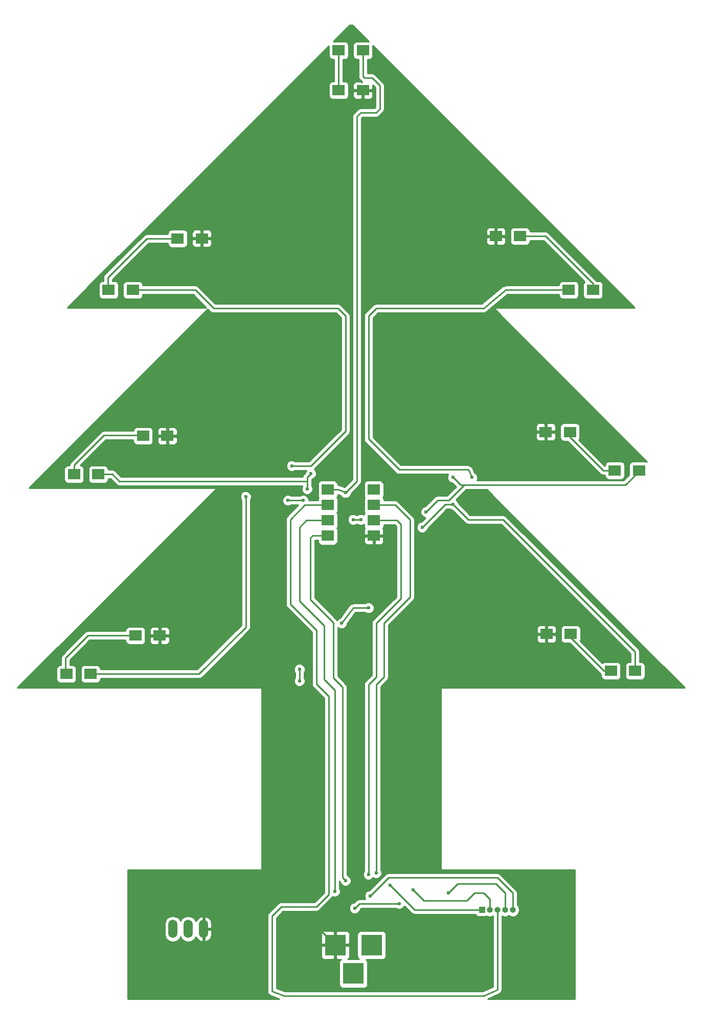
<source format=gbr>
G04 #@! TF.FileFunction,Copper,L2,Bot,Signal*
%FSLAX46Y46*%
G04 Gerber Fmt 4.6, Leading zero omitted, Abs format (unit mm)*
G04 Created by KiCad (PCBNEW 4.0.6) date Wednesday, September 13, 2017 'PMt' 07:39:43 PM*
%MOMM*%
%LPD*%
G01*
G04 APERTURE LIST*
%ADD10C,0.100000*%
%ADD11R,2.000000X1.780000*%
%ADD12R,2.000000X1.700000*%
%ADD13R,1.000000X1.000000*%
%ADD14O,1.000000X1.000000*%
%ADD15O,1.510000X3.010000*%
%ADD16R,3.500000X3.500000*%
%ADD17C,0.600000*%
%ADD18C,0.250000*%
%ADD19C,0.254000*%
G04 APERTURE END LIST*
D10*
D11*
X99060000Y-97790000D03*
X91440000Y-105410000D03*
X99060000Y-100330000D03*
X91440000Y-102870000D03*
X99060000Y-102870000D03*
X91440000Y-100330000D03*
X99060000Y-105410000D03*
X91440000Y-97790000D03*
D12*
X135350000Y-64770000D03*
X131350000Y-64770000D03*
X49435000Y-95250000D03*
X53435000Y-95250000D03*
X138335000Y-127762000D03*
X142335000Y-127762000D03*
D13*
X116967000Y-167259000D03*
D14*
X118237000Y-167259000D03*
X119507000Y-167259000D03*
X120777000Y-167259000D03*
X122047000Y-167259000D03*
D12*
X55150000Y-64770000D03*
X59150000Y-64770000D03*
X138970000Y-94615000D03*
X142970000Y-94615000D03*
X48165000Y-128270000D03*
X52165000Y-128270000D03*
X123285000Y-55880000D03*
X119285000Y-55880000D03*
X60865000Y-88900000D03*
X64865000Y-88900000D03*
X131667000Y-121666000D03*
X127667000Y-121666000D03*
X66580000Y-56261000D03*
X70580000Y-56261000D03*
X131540000Y-88265000D03*
X127540000Y-88265000D03*
X59595000Y-121920000D03*
X63595000Y-121920000D03*
X93250000Y-31750000D03*
X97250000Y-31750000D03*
D15*
X65786000Y-170434000D03*
X68326000Y-170434000D03*
X70866000Y-170434000D03*
D12*
X93250000Y-25146000D03*
X97250000Y-25146000D03*
D16*
X98679000Y-173101000D03*
X92679000Y-173101000D03*
X95679000Y-177801000D03*
D17*
X98425000Y-164973000D03*
X94361000Y-162433000D03*
X105537000Y-163957000D03*
X99441000Y-161163000D03*
X92583000Y-164211000D03*
X95885000Y-167005000D03*
X103251000Y-166243000D03*
X111379000Y-164465000D03*
X101727000Y-163195000D03*
X98171000Y-161417000D03*
X112141000Y-100203000D03*
X115316000Y-95758000D03*
X88011000Y-97663000D03*
X88646000Y-95123000D03*
X107061000Y-104013000D03*
X98171000Y-117348000D03*
X93726000Y-119888000D03*
X87376000Y-99568000D03*
X84836000Y-99568000D03*
X86741000Y-127508000D03*
X86741000Y-129413000D03*
X112141000Y-95758000D03*
X107696000Y-101473000D03*
X85471000Y-93853000D03*
X77851000Y-98933000D03*
X95631000Y-102743000D03*
X96901000Y-102743000D03*
X94361000Y-98298000D03*
D18*
X91440000Y-105410000D02*
X88900000Y-105410000D01*
X88519000Y-106553000D02*
X88519000Y-115951000D01*
X88519000Y-115951000D02*
X92329000Y-119761000D01*
X92329000Y-119761000D02*
X92329000Y-125095000D01*
X92329000Y-125095000D02*
X92329000Y-128905000D01*
X93853000Y-136271000D02*
X93853000Y-161925000D01*
X92329000Y-128905000D02*
X93853000Y-130429000D01*
X93853000Y-130429000D02*
X93853000Y-136271000D01*
X122047000Y-164465000D02*
X122047000Y-167259000D01*
X119507000Y-161925000D02*
X122047000Y-164465000D01*
X101473000Y-161925000D02*
X119507000Y-161925000D01*
X98425000Y-164973000D02*
X101473000Y-161925000D01*
X93853000Y-161925000D02*
X94361000Y-162433000D01*
X88519000Y-105791000D02*
X88519000Y-106553000D01*
X88900000Y-105410000D02*
X88519000Y-105791000D01*
X99441000Y-159893000D02*
X99441000Y-161163000D01*
X118237000Y-167259000D02*
X118237000Y-165481000D01*
X117221000Y-164465000D02*
X118237000Y-165481000D01*
X115697000Y-164465000D02*
X117221000Y-164465000D01*
X114427000Y-165735000D02*
X115697000Y-164465000D01*
X107315000Y-165735000D02*
X114427000Y-165735000D01*
X105537000Y-163957000D02*
X107315000Y-165735000D01*
X105029000Y-109093000D02*
X105029000Y-115570000D01*
X102616000Y-100330000D02*
X105029000Y-102743000D01*
X105029000Y-102743000D02*
X105029000Y-109093000D01*
X102616000Y-100330000D02*
X99060000Y-100330000D01*
X99441000Y-130048000D02*
X99441000Y-131318000D01*
X100711000Y-128778000D02*
X99441000Y-130048000D01*
X100711000Y-119888000D02*
X100711000Y-128778000D01*
X105029000Y-115570000D02*
X100711000Y-119888000D01*
X99441000Y-131318000D02*
X99441000Y-159893000D01*
X86741000Y-104267000D02*
X86741000Y-104013000D01*
X92583000Y-130937000D02*
X92583000Y-136017000D01*
X90805000Y-129159000D02*
X92583000Y-130937000D01*
X90805000Y-125095000D02*
X90805000Y-129159000D01*
X86741000Y-104267000D02*
X86741000Y-116205000D01*
X86741000Y-116205000D02*
X90805000Y-120269000D01*
X90805000Y-120269000D02*
X90805000Y-125095000D01*
X92583000Y-136017000D02*
X92583000Y-164211000D01*
X95885000Y-167005000D02*
X96647000Y-166243000D01*
X96647000Y-166243000D02*
X103251000Y-166243000D01*
X111379000Y-164465000D02*
X112903000Y-162941000D01*
X112903000Y-162941000D02*
X119253000Y-162941000D01*
X119253000Y-162941000D02*
X120777000Y-164465000D01*
X120777000Y-167259000D02*
X120777000Y-164465000D01*
X87884000Y-102870000D02*
X91440000Y-102870000D01*
X86741000Y-104013000D02*
X87884000Y-102870000D01*
X98171000Y-161417000D02*
X98171000Y-131318000D01*
X103505000Y-115824000D02*
X99441000Y-119888000D01*
X99441000Y-119888000D02*
X99441000Y-128778000D01*
X99441000Y-128778000D02*
X98171000Y-130048000D01*
X98171000Y-130048000D02*
X98171000Y-131318000D01*
X102870000Y-102870000D02*
X99060000Y-102870000D01*
X103505000Y-103505000D02*
X103505000Y-109601000D01*
X102870000Y-102870000D02*
X103505000Y-103505000D01*
X103505000Y-109601000D02*
X103505000Y-115824000D01*
X105791000Y-167259000D02*
X116967000Y-167259000D01*
X101727000Y-163195000D02*
X105791000Y-167259000D01*
X119507000Y-180467000D02*
X119507000Y-167259000D01*
X117221000Y-181483000D02*
X119507000Y-180467000D01*
X84201000Y-181483000D02*
X117221000Y-181483000D01*
X82169000Y-180721000D02*
X84201000Y-181483000D01*
X82169000Y-168275000D02*
X82169000Y-180721000D01*
X83693000Y-166751000D02*
X82169000Y-168275000D01*
X89535000Y-166751000D02*
X83693000Y-166751000D01*
X91567000Y-164719000D02*
X89535000Y-166751000D01*
X91567000Y-136017000D02*
X91567000Y-164719000D01*
X89535000Y-121031000D02*
X89535000Y-125095000D01*
X85217000Y-116713000D02*
X89535000Y-121031000D01*
X85217000Y-102743000D02*
X85217000Y-116713000D01*
X89535000Y-125095000D02*
X89535000Y-129921000D01*
X91440000Y-100330000D02*
X87630000Y-100330000D01*
X87630000Y-100330000D02*
X85217000Y-102743000D01*
X89535000Y-129921000D02*
X91567000Y-131953000D01*
X91567000Y-131953000D02*
X91567000Y-136017000D01*
X131350000Y-64770000D02*
X120904000Y-64770000D01*
X103251000Y-94488000D02*
X114681000Y-94488000D01*
X98171000Y-89408000D02*
X103251000Y-94488000D01*
X98171000Y-69088000D02*
X98171000Y-89408000D01*
X99441000Y-67818000D02*
X98171000Y-69088000D01*
X117221000Y-67818000D02*
X99441000Y-67818000D01*
X120904000Y-64770000D02*
X117221000Y-67818000D01*
X142335000Y-124619000D02*
X120459000Y-102743000D01*
X142335000Y-127762000D02*
X142335000Y-124619000D01*
X114681000Y-94488000D02*
X115316000Y-95758000D01*
X114681000Y-102743000D02*
X112141000Y-100203000D01*
X120459000Y-102743000D02*
X114681000Y-102743000D01*
X53435000Y-95250000D02*
X55753000Y-95250000D01*
X56896000Y-96393000D02*
X88011000Y-96393000D01*
X55753000Y-95250000D02*
X56896000Y-96393000D01*
X88011000Y-95758000D02*
X88011000Y-96393000D01*
X88011000Y-96393000D02*
X88011000Y-97663000D01*
X88646000Y-95123000D02*
X88011000Y-95758000D01*
X110871000Y-100203000D02*
X112141000Y-100203000D01*
X107061000Y-104013000D02*
X110871000Y-100203000D01*
X95631000Y-117348000D02*
X98171000Y-117348000D01*
X93726000Y-119888000D02*
X95631000Y-117348000D01*
X123285000Y-55880000D02*
X127508000Y-55880000D01*
X135350000Y-63722000D02*
X135350000Y-64770000D01*
X127508000Y-55880000D02*
X135350000Y-63722000D01*
X49435000Y-95250000D02*
X49435000Y-93694000D01*
X54356000Y-88773000D02*
X60738000Y-88773000D01*
X49435000Y-93694000D02*
X54356000Y-88773000D01*
X60738000Y-88773000D02*
X60865000Y-88900000D01*
X138335000Y-127762000D02*
X137160000Y-127762000D01*
X137160000Y-127762000D02*
X131667000Y-122269000D01*
X131667000Y-122269000D02*
X131667000Y-121666000D01*
X87376000Y-99568000D02*
X84836000Y-99568000D01*
X86741000Y-127508000D02*
X86741000Y-129413000D01*
X113411000Y-97028000D02*
X114046000Y-97028000D01*
X112141000Y-95758000D02*
X113411000Y-97028000D01*
X114046000Y-97028000D02*
X111506000Y-99568000D01*
X111506000Y-99568000D02*
X109601000Y-99568000D01*
X109601000Y-99568000D02*
X107696000Y-101473000D01*
X140716000Y-97028000D02*
X114046000Y-97028000D01*
X140716000Y-97028000D02*
X142970000Y-94774000D01*
X88646000Y-93853000D02*
X85471000Y-93853000D01*
X94361000Y-88138000D02*
X88646000Y-93853000D01*
X94361000Y-69088000D02*
X94361000Y-88138000D01*
X93091000Y-67818000D02*
X94361000Y-69088000D01*
X72517000Y-67818000D02*
X93091000Y-67818000D01*
X69469000Y-64770000D02*
X72517000Y-67818000D01*
X59150000Y-64770000D02*
X69469000Y-64770000D01*
X142970000Y-94615000D02*
X142970000Y-94774000D01*
X52165000Y-128270000D02*
X70104000Y-128270000D01*
X77851000Y-120523000D02*
X77851000Y-98933000D01*
X70104000Y-128270000D02*
X77851000Y-120523000D01*
X96901000Y-102743000D02*
X95631000Y-102743000D01*
X66580000Y-56261000D02*
X61468000Y-56261000D01*
X54991000Y-62738000D02*
X54991000Y-64611000D01*
X61468000Y-56261000D02*
X54991000Y-62738000D01*
X54991000Y-64611000D02*
X55150000Y-64770000D01*
X138970000Y-94615000D02*
X137033000Y-94615000D01*
X131540000Y-89122000D02*
X131540000Y-88265000D01*
X137033000Y-94615000D02*
X131540000Y-89122000D01*
X59595000Y-121920000D02*
X51689000Y-121920000D01*
X48006000Y-125603000D02*
X48006000Y-128111000D01*
X51689000Y-121920000D02*
X48006000Y-125603000D01*
X48006000Y-128111000D02*
X48165000Y-128270000D01*
X93250000Y-31750000D02*
X93250000Y-25146000D01*
X96901000Y-130683000D02*
X96901000Y-163703000D01*
X96901000Y-163703000D02*
X96647000Y-163957000D01*
X96647000Y-163957000D02*
X96647000Y-164719000D01*
X101981000Y-109093000D02*
X101981000Y-116078000D01*
X101473000Y-105410000D02*
X101981000Y-105918000D01*
X101981000Y-105918000D02*
X101981000Y-109093000D01*
X101473000Y-105410000D02*
X99060000Y-105410000D01*
X96901000Y-130048000D02*
X96901000Y-130683000D01*
X98171000Y-128778000D02*
X96901000Y-130048000D01*
X98171000Y-119888000D02*
X98171000Y-128778000D01*
X101981000Y-116078000D02*
X98171000Y-119888000D01*
X92679000Y-173101000D02*
X90043000Y-170465000D01*
X90043000Y-168275000D02*
X90043000Y-170465000D01*
X92075000Y-166243000D02*
X90043000Y-168275000D01*
X95123000Y-166243000D02*
X92075000Y-166243000D01*
X96647000Y-164719000D02*
X95123000Y-166243000D01*
X97250000Y-25146000D02*
X97250000Y-29432000D01*
X96266000Y-96393000D02*
X94361000Y-98298000D01*
X96266000Y-36068000D02*
X96266000Y-96393000D01*
X96901000Y-35433000D02*
X96266000Y-36068000D01*
X99441000Y-35433000D02*
X96901000Y-35433000D01*
X100076000Y-34798000D02*
X99441000Y-35433000D01*
X100076000Y-30988000D02*
X100076000Y-34798000D01*
X98806000Y-29718000D02*
X100076000Y-30988000D01*
X97536000Y-29718000D02*
X98806000Y-29718000D01*
X97250000Y-29432000D02*
X97536000Y-29718000D01*
X93218000Y-97790000D02*
X91440000Y-97790000D01*
X94361000Y-98298000D02*
X93218000Y-97790000D01*
D19*
G36*
X98209468Y-23648560D02*
X96250000Y-23648560D01*
X96014683Y-23692838D01*
X95798559Y-23831910D01*
X95653569Y-24044110D01*
X95602560Y-24296000D01*
X95602560Y-25996000D01*
X95646838Y-26231317D01*
X95785910Y-26447441D01*
X95998110Y-26592431D01*
X96250000Y-26643440D01*
X96490000Y-26643440D01*
X96490000Y-29432000D01*
X96547852Y-29722839D01*
X96712599Y-29969401D01*
X96998599Y-30255401D01*
X97122998Y-30338522D01*
X97122998Y-30423748D01*
X96964250Y-30265000D01*
X96123691Y-30265000D01*
X95890302Y-30361673D01*
X95711673Y-30540301D01*
X95615000Y-30773690D01*
X95615000Y-31464250D01*
X95773750Y-31623000D01*
X97123000Y-31623000D01*
X97123000Y-31603000D01*
X97377000Y-31603000D01*
X97377000Y-31623000D01*
X98726250Y-31623000D01*
X98885000Y-31464250D01*
X98885000Y-30871802D01*
X99316000Y-31302802D01*
X99316000Y-34483198D01*
X99126198Y-34673000D01*
X96901000Y-34673000D01*
X96610161Y-34730852D01*
X96363599Y-34895599D01*
X95728599Y-35530599D01*
X95563852Y-35777161D01*
X95506000Y-36068000D01*
X95506000Y-96078198D01*
X94221320Y-97362878D01*
X94175833Y-97362838D01*
X94151132Y-97373044D01*
X93526665Y-97095503D01*
X93517040Y-97093332D01*
X93508839Y-97087852D01*
X93372755Y-97060783D01*
X93237397Y-97030248D01*
X93227677Y-97031925D01*
X93218000Y-97030000D01*
X93087440Y-97030000D01*
X93087440Y-96900000D01*
X93043162Y-96664683D01*
X92904090Y-96448559D01*
X92691890Y-96303569D01*
X92440000Y-96252560D01*
X90440000Y-96252560D01*
X90204683Y-96296838D01*
X89988559Y-96435910D01*
X89843569Y-96648110D01*
X89792560Y-96900000D01*
X89792560Y-98680000D01*
X89836838Y-98915317D01*
X89930503Y-99060877D01*
X89843569Y-99188110D01*
X89792560Y-99440000D01*
X89792560Y-99570000D01*
X88310999Y-99570000D01*
X88311162Y-99382833D01*
X88169117Y-99039057D01*
X87906327Y-98775808D01*
X87562799Y-98633162D01*
X87190833Y-98632838D01*
X86847057Y-98774883D01*
X86813882Y-98808000D01*
X85398463Y-98808000D01*
X85366327Y-98775808D01*
X85022799Y-98633162D01*
X84650833Y-98632838D01*
X84307057Y-98774883D01*
X84043808Y-99037673D01*
X83901162Y-99381201D01*
X83900838Y-99753167D01*
X84042883Y-100096943D01*
X84305673Y-100360192D01*
X84649201Y-100502838D01*
X85021167Y-100503162D01*
X85364943Y-100361117D01*
X85398118Y-100328000D01*
X86557198Y-100328000D01*
X84679599Y-102205599D01*
X84514852Y-102452161D01*
X84457000Y-102743000D01*
X84457000Y-116713000D01*
X84514852Y-117003839D01*
X84679599Y-117250401D01*
X88775000Y-121345802D01*
X88775000Y-129921000D01*
X88832852Y-130211839D01*
X88997599Y-130458401D01*
X90807000Y-132267802D01*
X90807000Y-164404198D01*
X89220198Y-165991000D01*
X83693000Y-165991000D01*
X83450414Y-166039254D01*
X83402160Y-166048852D01*
X83155599Y-166213599D01*
X81631599Y-167737599D01*
X81466852Y-167984161D01*
X81409000Y-168275000D01*
X81409000Y-180721000D01*
X81411556Y-180733852D01*
X81409438Y-180746780D01*
X81440391Y-180878812D01*
X81466852Y-181011839D01*
X81474131Y-181022733D01*
X81477122Y-181035490D01*
X81556249Y-181145632D01*
X81631599Y-181258401D01*
X81642494Y-181265681D01*
X81650138Y-181276321D01*
X81765397Y-181347802D01*
X81878161Y-181423148D01*
X81891010Y-181425704D01*
X81902146Y-181432610D01*
X83391186Y-181991000D01*
X58293000Y-181991000D01*
X58293000Y-169642075D01*
X64396000Y-169642075D01*
X64396000Y-171225925D01*
X64501807Y-171757855D01*
X64803122Y-172208803D01*
X65254070Y-172510118D01*
X65786000Y-172615925D01*
X66317930Y-172510118D01*
X66768878Y-172208803D01*
X67056000Y-171779096D01*
X67343122Y-172208803D01*
X67794070Y-172510118D01*
X68326000Y-172615925D01*
X68857930Y-172510118D01*
X69308878Y-172208803D01*
X69608751Y-171760013D01*
X69630408Y-171833263D01*
X69972924Y-172256681D01*
X70451403Y-172516793D01*
X70524029Y-172531277D01*
X70739000Y-172408683D01*
X70739000Y-170561000D01*
X70993000Y-170561000D01*
X70993000Y-172408683D01*
X71207971Y-172531277D01*
X71280597Y-172516793D01*
X71759076Y-172256681D01*
X72101592Y-171833263D01*
X72256000Y-171311000D01*
X72256000Y-170561000D01*
X70993000Y-170561000D01*
X70739000Y-170561000D01*
X70719000Y-170561000D01*
X70719000Y-170307000D01*
X70739000Y-170307000D01*
X70739000Y-168459317D01*
X70993000Y-168459317D01*
X70993000Y-170307000D01*
X72256000Y-170307000D01*
X72256000Y-169557000D01*
X72101592Y-169034737D01*
X71759076Y-168611319D01*
X71280597Y-168351207D01*
X71207971Y-168336723D01*
X70993000Y-168459317D01*
X70739000Y-168459317D01*
X70524029Y-168336723D01*
X70451403Y-168351207D01*
X69972924Y-168611319D01*
X69630408Y-169034737D01*
X69608751Y-169107987D01*
X69308878Y-168659197D01*
X68857930Y-168357882D01*
X68326000Y-168252075D01*
X67794070Y-168357882D01*
X67343122Y-168659197D01*
X67056000Y-169088904D01*
X66768878Y-168659197D01*
X66317930Y-168357882D01*
X65786000Y-168252075D01*
X65254070Y-168357882D01*
X64803122Y-168659197D01*
X64501807Y-169110145D01*
X64396000Y-169642075D01*
X58293000Y-169642075D01*
X58293000Y-160655000D01*
X80391000Y-160655000D01*
X80440410Y-160644994D01*
X80482035Y-160616553D01*
X80509315Y-160574159D01*
X80518000Y-160528000D01*
X80518000Y-130683000D01*
X80507994Y-130633590D01*
X80479553Y-130591965D01*
X80437159Y-130564685D01*
X80391000Y-130556000D01*
X40057606Y-130556000D01*
X43193606Y-127420000D01*
X46517560Y-127420000D01*
X46517560Y-129120000D01*
X46561838Y-129355317D01*
X46700910Y-129571441D01*
X46913110Y-129716431D01*
X47165000Y-129767440D01*
X49165000Y-129767440D01*
X49400317Y-129723162D01*
X49616441Y-129584090D01*
X49761431Y-129371890D01*
X49812440Y-129120000D01*
X49812440Y-127420000D01*
X50517560Y-127420000D01*
X50517560Y-129120000D01*
X50561838Y-129355317D01*
X50700910Y-129571441D01*
X50913110Y-129716431D01*
X51165000Y-129767440D01*
X53165000Y-129767440D01*
X53400317Y-129723162D01*
X53616441Y-129584090D01*
X53761431Y-129371890D01*
X53812440Y-129120000D01*
X53812440Y-129030000D01*
X70104000Y-129030000D01*
X70394839Y-128972148D01*
X70641401Y-128807401D01*
X71755635Y-127693167D01*
X85805838Y-127693167D01*
X85947883Y-128036943D01*
X85981000Y-128070118D01*
X85981000Y-128850537D01*
X85948808Y-128882673D01*
X85806162Y-129226201D01*
X85805838Y-129598167D01*
X85947883Y-129941943D01*
X86210673Y-130205192D01*
X86554201Y-130347838D01*
X86926167Y-130348162D01*
X87269943Y-130206117D01*
X87533192Y-129943327D01*
X87675838Y-129599799D01*
X87676162Y-129227833D01*
X87534117Y-128884057D01*
X87501000Y-128850882D01*
X87501000Y-128070463D01*
X87533192Y-128038327D01*
X87675838Y-127694799D01*
X87676162Y-127322833D01*
X87534117Y-126979057D01*
X87271327Y-126715808D01*
X86927799Y-126573162D01*
X86555833Y-126572838D01*
X86212057Y-126714883D01*
X85948808Y-126977673D01*
X85806162Y-127321201D01*
X85805838Y-127693167D01*
X71755635Y-127693167D01*
X78388401Y-121060401D01*
X78553148Y-120813840D01*
X78562746Y-120765586D01*
X78611000Y-120523000D01*
X78611000Y-99495463D01*
X78643192Y-99463327D01*
X78785838Y-99119799D01*
X78786162Y-98747833D01*
X78644117Y-98404057D01*
X78381327Y-98140808D01*
X78037799Y-97998162D01*
X77665833Y-97997838D01*
X77322057Y-98139883D01*
X77058808Y-98402673D01*
X76916162Y-98746201D01*
X76915838Y-99118167D01*
X77057883Y-99461943D01*
X77091000Y-99495118D01*
X77091000Y-120208198D01*
X69789198Y-127510000D01*
X53812440Y-127510000D01*
X53812440Y-127420000D01*
X53768162Y-127184683D01*
X53629090Y-126968559D01*
X53416890Y-126823569D01*
X53165000Y-126772560D01*
X51165000Y-126772560D01*
X50929683Y-126816838D01*
X50713559Y-126955910D01*
X50568569Y-127168110D01*
X50517560Y-127420000D01*
X49812440Y-127420000D01*
X49768162Y-127184683D01*
X49629090Y-126968559D01*
X49416890Y-126823569D01*
X49165000Y-126772560D01*
X48766000Y-126772560D01*
X48766000Y-125917802D01*
X52003802Y-122680000D01*
X57947560Y-122680000D01*
X57947560Y-122770000D01*
X57991838Y-123005317D01*
X58130910Y-123221441D01*
X58343110Y-123366431D01*
X58595000Y-123417440D01*
X60595000Y-123417440D01*
X60830317Y-123373162D01*
X61046441Y-123234090D01*
X61191431Y-123021890D01*
X61242440Y-122770000D01*
X61242440Y-122205750D01*
X61960000Y-122205750D01*
X61960000Y-122896310D01*
X62056673Y-123129699D01*
X62235302Y-123308327D01*
X62468691Y-123405000D01*
X63309250Y-123405000D01*
X63468000Y-123246250D01*
X63468000Y-122047000D01*
X63722000Y-122047000D01*
X63722000Y-123246250D01*
X63880750Y-123405000D01*
X64721309Y-123405000D01*
X64954698Y-123308327D01*
X65133327Y-123129699D01*
X65230000Y-122896310D01*
X65230000Y-122205750D01*
X65071250Y-122047000D01*
X63722000Y-122047000D01*
X63468000Y-122047000D01*
X62118750Y-122047000D01*
X61960000Y-122205750D01*
X61242440Y-122205750D01*
X61242440Y-121070000D01*
X61218674Y-120943690D01*
X61960000Y-120943690D01*
X61960000Y-121634250D01*
X62118750Y-121793000D01*
X63468000Y-121793000D01*
X63468000Y-120593750D01*
X63722000Y-120593750D01*
X63722000Y-121793000D01*
X65071250Y-121793000D01*
X65230000Y-121634250D01*
X65230000Y-120943690D01*
X65133327Y-120710301D01*
X64954698Y-120531673D01*
X64721309Y-120435000D01*
X63880750Y-120435000D01*
X63722000Y-120593750D01*
X63468000Y-120593750D01*
X63309250Y-120435000D01*
X62468691Y-120435000D01*
X62235302Y-120531673D01*
X62056673Y-120710301D01*
X61960000Y-120943690D01*
X61218674Y-120943690D01*
X61198162Y-120834683D01*
X61059090Y-120618559D01*
X60846890Y-120473569D01*
X60595000Y-120422560D01*
X58595000Y-120422560D01*
X58359683Y-120466838D01*
X58143559Y-120605910D01*
X57998569Y-120818110D01*
X57947560Y-121070000D01*
X57947560Y-121160000D01*
X51689000Y-121160000D01*
X51398161Y-121217852D01*
X51151599Y-121382599D01*
X47468599Y-125065599D01*
X47303852Y-125312161D01*
X47246000Y-125603000D01*
X47246000Y-126772560D01*
X47165000Y-126772560D01*
X46929683Y-126816838D01*
X46713559Y-126955910D01*
X46568569Y-127168110D01*
X46517560Y-127420000D01*
X43193606Y-127420000D01*
X72860803Y-97752803D01*
X72888666Y-97710789D01*
X72897988Y-97661246D01*
X72887300Y-97611978D01*
X72858287Y-97570751D01*
X72815520Y-97544059D01*
X72771000Y-97536000D01*
X41962606Y-97536000D01*
X45098606Y-94400000D01*
X47787560Y-94400000D01*
X47787560Y-96100000D01*
X47831838Y-96335317D01*
X47970910Y-96551441D01*
X48183110Y-96696431D01*
X48435000Y-96747440D01*
X50435000Y-96747440D01*
X50670317Y-96703162D01*
X50886441Y-96564090D01*
X51031431Y-96351890D01*
X51082440Y-96100000D01*
X51082440Y-94400000D01*
X51038162Y-94164683D01*
X50899090Y-93948559D01*
X50686890Y-93803569D01*
X50448507Y-93755295D01*
X54670802Y-89533000D01*
X59217560Y-89533000D01*
X59217560Y-89750000D01*
X59261838Y-89985317D01*
X59400910Y-90201441D01*
X59613110Y-90346431D01*
X59865000Y-90397440D01*
X61865000Y-90397440D01*
X62100317Y-90353162D01*
X62316441Y-90214090D01*
X62461431Y-90001890D01*
X62512440Y-89750000D01*
X62512440Y-89185750D01*
X63230000Y-89185750D01*
X63230000Y-89876310D01*
X63326673Y-90109699D01*
X63505302Y-90288327D01*
X63738691Y-90385000D01*
X64579250Y-90385000D01*
X64738000Y-90226250D01*
X64738000Y-89027000D01*
X64992000Y-89027000D01*
X64992000Y-90226250D01*
X65150750Y-90385000D01*
X65991309Y-90385000D01*
X66224698Y-90288327D01*
X66403327Y-90109699D01*
X66500000Y-89876310D01*
X66500000Y-89185750D01*
X66341250Y-89027000D01*
X64992000Y-89027000D01*
X64738000Y-89027000D01*
X63388750Y-89027000D01*
X63230000Y-89185750D01*
X62512440Y-89185750D01*
X62512440Y-88050000D01*
X62488674Y-87923690D01*
X63230000Y-87923690D01*
X63230000Y-88614250D01*
X63388750Y-88773000D01*
X64738000Y-88773000D01*
X64738000Y-87573750D01*
X64992000Y-87573750D01*
X64992000Y-88773000D01*
X66341250Y-88773000D01*
X66500000Y-88614250D01*
X66500000Y-87923690D01*
X66403327Y-87690301D01*
X66224698Y-87511673D01*
X65991309Y-87415000D01*
X65150750Y-87415000D01*
X64992000Y-87573750D01*
X64738000Y-87573750D01*
X64579250Y-87415000D01*
X63738691Y-87415000D01*
X63505302Y-87511673D01*
X63326673Y-87690301D01*
X63230000Y-87923690D01*
X62488674Y-87923690D01*
X62468162Y-87814683D01*
X62329090Y-87598559D01*
X62116890Y-87453569D01*
X61865000Y-87402560D01*
X59865000Y-87402560D01*
X59629683Y-87446838D01*
X59413559Y-87585910D01*
X59268569Y-87798110D01*
X59225053Y-88013000D01*
X54356000Y-88013000D01*
X54065161Y-88070852D01*
X53818599Y-88235599D01*
X48897599Y-93156599D01*
X48732852Y-93403161D01*
X48675000Y-93694000D01*
X48675000Y-93752560D01*
X48435000Y-93752560D01*
X48199683Y-93796838D01*
X47983559Y-93935910D01*
X47838569Y-94148110D01*
X47787560Y-94400000D01*
X45098606Y-94400000D01*
X71561402Y-67937204D01*
X71979599Y-68355401D01*
X72226161Y-68520148D01*
X72517000Y-68578000D01*
X92776198Y-68578000D01*
X93601000Y-69402802D01*
X93601000Y-87823197D01*
X88331198Y-93093000D01*
X86033463Y-93093000D01*
X86001327Y-93060808D01*
X85657799Y-92918162D01*
X85285833Y-92917838D01*
X84942057Y-93059883D01*
X84678808Y-93322673D01*
X84536162Y-93666201D01*
X84535838Y-94038167D01*
X84677883Y-94381943D01*
X84940673Y-94645192D01*
X85284201Y-94787838D01*
X85656167Y-94788162D01*
X85999943Y-94646117D01*
X86033118Y-94613000D01*
X87845367Y-94613000D01*
X87711162Y-94936201D01*
X87711121Y-94983077D01*
X87473599Y-95220599D01*
X87308852Y-95467161D01*
X87275864Y-95633000D01*
X57210802Y-95633000D01*
X56290401Y-94712599D01*
X56043839Y-94547852D01*
X55753000Y-94490000D01*
X55082440Y-94490000D01*
X55082440Y-94400000D01*
X55038162Y-94164683D01*
X54899090Y-93948559D01*
X54686890Y-93803569D01*
X54435000Y-93752560D01*
X52435000Y-93752560D01*
X52199683Y-93796838D01*
X51983559Y-93935910D01*
X51838569Y-94148110D01*
X51787560Y-94400000D01*
X51787560Y-96100000D01*
X51831838Y-96335317D01*
X51970910Y-96551441D01*
X52183110Y-96696431D01*
X52435000Y-96747440D01*
X54435000Y-96747440D01*
X54670317Y-96703162D01*
X54886441Y-96564090D01*
X55031431Y-96351890D01*
X55082440Y-96100000D01*
X55082440Y-96010000D01*
X55438198Y-96010000D01*
X56358599Y-96930401D01*
X56605161Y-97095148D01*
X56896000Y-97153000D01*
X87210367Y-97153000D01*
X87076162Y-97476201D01*
X87075838Y-97848167D01*
X87217883Y-98191943D01*
X87480673Y-98455192D01*
X87824201Y-98597838D01*
X88196167Y-98598162D01*
X88539943Y-98456117D01*
X88803192Y-98193327D01*
X88945838Y-97849799D01*
X88946162Y-97477833D01*
X88804117Y-97134057D01*
X88771000Y-97100882D01*
X88771000Y-96072802D01*
X88785680Y-96058122D01*
X88831167Y-96058162D01*
X89174943Y-95916117D01*
X89438192Y-95653327D01*
X89580838Y-95309799D01*
X89581162Y-94937833D01*
X89439117Y-94594057D01*
X89209631Y-94364171D01*
X94898402Y-88675401D01*
X95063148Y-88428839D01*
X95121000Y-88138000D01*
X95121000Y-69088000D01*
X95063148Y-68797161D01*
X95063148Y-68797160D01*
X94898401Y-68550599D01*
X93628401Y-67280599D01*
X93381839Y-67115852D01*
X93091000Y-67058000D01*
X72831802Y-67058000D01*
X70006401Y-64232599D01*
X69759839Y-64067852D01*
X69469000Y-64010000D01*
X60797440Y-64010000D01*
X60797440Y-63920000D01*
X60753162Y-63684683D01*
X60614090Y-63468559D01*
X60401890Y-63323569D01*
X60150000Y-63272560D01*
X58150000Y-63272560D01*
X57914683Y-63316838D01*
X57698559Y-63455910D01*
X57553569Y-63668110D01*
X57502560Y-63920000D01*
X57502560Y-65620000D01*
X57546838Y-65855317D01*
X57685910Y-66071441D01*
X57898110Y-66216431D01*
X58150000Y-66267440D01*
X60150000Y-66267440D01*
X60385317Y-66223162D01*
X60601441Y-66084090D01*
X60746431Y-65871890D01*
X60797440Y-65620000D01*
X60797440Y-65530000D01*
X69154198Y-65530000D01*
X71315198Y-67691000D01*
X48312606Y-67691000D01*
X52083606Y-63920000D01*
X53502560Y-63920000D01*
X53502560Y-65620000D01*
X53546838Y-65855317D01*
X53685910Y-66071441D01*
X53898110Y-66216431D01*
X54150000Y-66267440D01*
X56150000Y-66267440D01*
X56385317Y-66223162D01*
X56601441Y-66084090D01*
X56746431Y-65871890D01*
X56797440Y-65620000D01*
X56797440Y-63920000D01*
X56753162Y-63684683D01*
X56614090Y-63468559D01*
X56401890Y-63323569D01*
X56150000Y-63272560D01*
X55751000Y-63272560D01*
X55751000Y-63052802D01*
X61782802Y-57021000D01*
X64932560Y-57021000D01*
X64932560Y-57111000D01*
X64976838Y-57346317D01*
X65115910Y-57562441D01*
X65328110Y-57707431D01*
X65580000Y-57758440D01*
X67580000Y-57758440D01*
X67815317Y-57714162D01*
X68031441Y-57575090D01*
X68176431Y-57362890D01*
X68227440Y-57111000D01*
X68227440Y-56546750D01*
X68945000Y-56546750D01*
X68945000Y-57237310D01*
X69041673Y-57470699D01*
X69220302Y-57649327D01*
X69453691Y-57746000D01*
X70294250Y-57746000D01*
X70453000Y-57587250D01*
X70453000Y-56388000D01*
X70707000Y-56388000D01*
X70707000Y-57587250D01*
X70865750Y-57746000D01*
X71706309Y-57746000D01*
X71939698Y-57649327D01*
X72118327Y-57470699D01*
X72215000Y-57237310D01*
X72215000Y-56546750D01*
X72056250Y-56388000D01*
X70707000Y-56388000D01*
X70453000Y-56388000D01*
X69103750Y-56388000D01*
X68945000Y-56546750D01*
X68227440Y-56546750D01*
X68227440Y-55411000D01*
X68203674Y-55284690D01*
X68945000Y-55284690D01*
X68945000Y-55975250D01*
X69103750Y-56134000D01*
X70453000Y-56134000D01*
X70453000Y-54934750D01*
X70707000Y-54934750D01*
X70707000Y-56134000D01*
X72056250Y-56134000D01*
X72215000Y-55975250D01*
X72215000Y-55284690D01*
X72118327Y-55051301D01*
X71939698Y-54872673D01*
X71706309Y-54776000D01*
X70865750Y-54776000D01*
X70707000Y-54934750D01*
X70453000Y-54934750D01*
X70294250Y-54776000D01*
X69453691Y-54776000D01*
X69220302Y-54872673D01*
X69041673Y-55051301D01*
X68945000Y-55284690D01*
X68203674Y-55284690D01*
X68183162Y-55175683D01*
X68044090Y-54959559D01*
X67831890Y-54814569D01*
X67580000Y-54763560D01*
X65580000Y-54763560D01*
X65344683Y-54807838D01*
X65128559Y-54946910D01*
X64983569Y-55159110D01*
X64932560Y-55411000D01*
X64932560Y-55501000D01*
X61468000Y-55501000D01*
X61177160Y-55558852D01*
X60930599Y-55723599D01*
X54453599Y-62200599D01*
X54288852Y-62447161D01*
X54231000Y-62738000D01*
X54231000Y-63272560D01*
X54150000Y-63272560D01*
X53914683Y-63316838D01*
X53698559Y-63455910D01*
X53553569Y-63668110D01*
X53502560Y-63920000D01*
X52083606Y-63920000D01*
X91602560Y-24401046D01*
X91602560Y-25996000D01*
X91646838Y-26231317D01*
X91785910Y-26447441D01*
X91998110Y-26592431D01*
X92250000Y-26643440D01*
X92490000Y-26643440D01*
X92490000Y-30252560D01*
X92250000Y-30252560D01*
X92014683Y-30296838D01*
X91798559Y-30435910D01*
X91653569Y-30648110D01*
X91602560Y-30900000D01*
X91602560Y-32600000D01*
X91646838Y-32835317D01*
X91785910Y-33051441D01*
X91998110Y-33196431D01*
X92250000Y-33247440D01*
X94250000Y-33247440D01*
X94485317Y-33203162D01*
X94701441Y-33064090D01*
X94846431Y-32851890D01*
X94897440Y-32600000D01*
X94897440Y-32035750D01*
X95615000Y-32035750D01*
X95615000Y-32726310D01*
X95711673Y-32959699D01*
X95890302Y-33138327D01*
X96123691Y-33235000D01*
X96964250Y-33235000D01*
X97123000Y-33076250D01*
X97123000Y-31877000D01*
X97377000Y-31877000D01*
X97377000Y-33076250D01*
X97535750Y-33235000D01*
X98376309Y-33235000D01*
X98609698Y-33138327D01*
X98788327Y-32959699D01*
X98885000Y-32726310D01*
X98885000Y-32035750D01*
X98726250Y-31877000D01*
X97377000Y-31877000D01*
X97123000Y-31877000D01*
X95773750Y-31877000D01*
X95615000Y-32035750D01*
X94897440Y-32035750D01*
X94897440Y-30900000D01*
X94853162Y-30664683D01*
X94714090Y-30448559D01*
X94501890Y-30303569D01*
X94250000Y-30252560D01*
X94010000Y-30252560D01*
X94010000Y-26643440D01*
X94250000Y-26643440D01*
X94485317Y-26599162D01*
X94701441Y-26460090D01*
X94846431Y-26247890D01*
X94897440Y-25996000D01*
X94897440Y-24296000D01*
X94853162Y-24060683D01*
X94714090Y-23844559D01*
X94501890Y-23699569D01*
X94250000Y-23648560D01*
X92355046Y-23648560D01*
X95048606Y-20955000D01*
X95515908Y-20955000D01*
X98209468Y-23648560D01*
X98209468Y-23648560D01*
G37*
X98209468Y-23648560D02*
X96250000Y-23648560D01*
X96014683Y-23692838D01*
X95798559Y-23831910D01*
X95653569Y-24044110D01*
X95602560Y-24296000D01*
X95602560Y-25996000D01*
X95646838Y-26231317D01*
X95785910Y-26447441D01*
X95998110Y-26592431D01*
X96250000Y-26643440D01*
X96490000Y-26643440D01*
X96490000Y-29432000D01*
X96547852Y-29722839D01*
X96712599Y-29969401D01*
X96998599Y-30255401D01*
X97122998Y-30338522D01*
X97122998Y-30423748D01*
X96964250Y-30265000D01*
X96123691Y-30265000D01*
X95890302Y-30361673D01*
X95711673Y-30540301D01*
X95615000Y-30773690D01*
X95615000Y-31464250D01*
X95773750Y-31623000D01*
X97123000Y-31623000D01*
X97123000Y-31603000D01*
X97377000Y-31603000D01*
X97377000Y-31623000D01*
X98726250Y-31623000D01*
X98885000Y-31464250D01*
X98885000Y-30871802D01*
X99316000Y-31302802D01*
X99316000Y-34483198D01*
X99126198Y-34673000D01*
X96901000Y-34673000D01*
X96610161Y-34730852D01*
X96363599Y-34895599D01*
X95728599Y-35530599D01*
X95563852Y-35777161D01*
X95506000Y-36068000D01*
X95506000Y-96078198D01*
X94221320Y-97362878D01*
X94175833Y-97362838D01*
X94151132Y-97373044D01*
X93526665Y-97095503D01*
X93517040Y-97093332D01*
X93508839Y-97087852D01*
X93372755Y-97060783D01*
X93237397Y-97030248D01*
X93227677Y-97031925D01*
X93218000Y-97030000D01*
X93087440Y-97030000D01*
X93087440Y-96900000D01*
X93043162Y-96664683D01*
X92904090Y-96448559D01*
X92691890Y-96303569D01*
X92440000Y-96252560D01*
X90440000Y-96252560D01*
X90204683Y-96296838D01*
X89988559Y-96435910D01*
X89843569Y-96648110D01*
X89792560Y-96900000D01*
X89792560Y-98680000D01*
X89836838Y-98915317D01*
X89930503Y-99060877D01*
X89843569Y-99188110D01*
X89792560Y-99440000D01*
X89792560Y-99570000D01*
X88310999Y-99570000D01*
X88311162Y-99382833D01*
X88169117Y-99039057D01*
X87906327Y-98775808D01*
X87562799Y-98633162D01*
X87190833Y-98632838D01*
X86847057Y-98774883D01*
X86813882Y-98808000D01*
X85398463Y-98808000D01*
X85366327Y-98775808D01*
X85022799Y-98633162D01*
X84650833Y-98632838D01*
X84307057Y-98774883D01*
X84043808Y-99037673D01*
X83901162Y-99381201D01*
X83900838Y-99753167D01*
X84042883Y-100096943D01*
X84305673Y-100360192D01*
X84649201Y-100502838D01*
X85021167Y-100503162D01*
X85364943Y-100361117D01*
X85398118Y-100328000D01*
X86557198Y-100328000D01*
X84679599Y-102205599D01*
X84514852Y-102452161D01*
X84457000Y-102743000D01*
X84457000Y-116713000D01*
X84514852Y-117003839D01*
X84679599Y-117250401D01*
X88775000Y-121345802D01*
X88775000Y-129921000D01*
X88832852Y-130211839D01*
X88997599Y-130458401D01*
X90807000Y-132267802D01*
X90807000Y-164404198D01*
X89220198Y-165991000D01*
X83693000Y-165991000D01*
X83450414Y-166039254D01*
X83402160Y-166048852D01*
X83155599Y-166213599D01*
X81631599Y-167737599D01*
X81466852Y-167984161D01*
X81409000Y-168275000D01*
X81409000Y-180721000D01*
X81411556Y-180733852D01*
X81409438Y-180746780D01*
X81440391Y-180878812D01*
X81466852Y-181011839D01*
X81474131Y-181022733D01*
X81477122Y-181035490D01*
X81556249Y-181145632D01*
X81631599Y-181258401D01*
X81642494Y-181265681D01*
X81650138Y-181276321D01*
X81765397Y-181347802D01*
X81878161Y-181423148D01*
X81891010Y-181425704D01*
X81902146Y-181432610D01*
X83391186Y-181991000D01*
X58293000Y-181991000D01*
X58293000Y-169642075D01*
X64396000Y-169642075D01*
X64396000Y-171225925D01*
X64501807Y-171757855D01*
X64803122Y-172208803D01*
X65254070Y-172510118D01*
X65786000Y-172615925D01*
X66317930Y-172510118D01*
X66768878Y-172208803D01*
X67056000Y-171779096D01*
X67343122Y-172208803D01*
X67794070Y-172510118D01*
X68326000Y-172615925D01*
X68857930Y-172510118D01*
X69308878Y-172208803D01*
X69608751Y-171760013D01*
X69630408Y-171833263D01*
X69972924Y-172256681D01*
X70451403Y-172516793D01*
X70524029Y-172531277D01*
X70739000Y-172408683D01*
X70739000Y-170561000D01*
X70993000Y-170561000D01*
X70993000Y-172408683D01*
X71207971Y-172531277D01*
X71280597Y-172516793D01*
X71759076Y-172256681D01*
X72101592Y-171833263D01*
X72256000Y-171311000D01*
X72256000Y-170561000D01*
X70993000Y-170561000D01*
X70739000Y-170561000D01*
X70719000Y-170561000D01*
X70719000Y-170307000D01*
X70739000Y-170307000D01*
X70739000Y-168459317D01*
X70993000Y-168459317D01*
X70993000Y-170307000D01*
X72256000Y-170307000D01*
X72256000Y-169557000D01*
X72101592Y-169034737D01*
X71759076Y-168611319D01*
X71280597Y-168351207D01*
X71207971Y-168336723D01*
X70993000Y-168459317D01*
X70739000Y-168459317D01*
X70524029Y-168336723D01*
X70451403Y-168351207D01*
X69972924Y-168611319D01*
X69630408Y-169034737D01*
X69608751Y-169107987D01*
X69308878Y-168659197D01*
X68857930Y-168357882D01*
X68326000Y-168252075D01*
X67794070Y-168357882D01*
X67343122Y-168659197D01*
X67056000Y-169088904D01*
X66768878Y-168659197D01*
X66317930Y-168357882D01*
X65786000Y-168252075D01*
X65254070Y-168357882D01*
X64803122Y-168659197D01*
X64501807Y-169110145D01*
X64396000Y-169642075D01*
X58293000Y-169642075D01*
X58293000Y-160655000D01*
X80391000Y-160655000D01*
X80440410Y-160644994D01*
X80482035Y-160616553D01*
X80509315Y-160574159D01*
X80518000Y-160528000D01*
X80518000Y-130683000D01*
X80507994Y-130633590D01*
X80479553Y-130591965D01*
X80437159Y-130564685D01*
X80391000Y-130556000D01*
X40057606Y-130556000D01*
X43193606Y-127420000D01*
X46517560Y-127420000D01*
X46517560Y-129120000D01*
X46561838Y-129355317D01*
X46700910Y-129571441D01*
X46913110Y-129716431D01*
X47165000Y-129767440D01*
X49165000Y-129767440D01*
X49400317Y-129723162D01*
X49616441Y-129584090D01*
X49761431Y-129371890D01*
X49812440Y-129120000D01*
X49812440Y-127420000D01*
X50517560Y-127420000D01*
X50517560Y-129120000D01*
X50561838Y-129355317D01*
X50700910Y-129571441D01*
X50913110Y-129716431D01*
X51165000Y-129767440D01*
X53165000Y-129767440D01*
X53400317Y-129723162D01*
X53616441Y-129584090D01*
X53761431Y-129371890D01*
X53812440Y-129120000D01*
X53812440Y-129030000D01*
X70104000Y-129030000D01*
X70394839Y-128972148D01*
X70641401Y-128807401D01*
X71755635Y-127693167D01*
X85805838Y-127693167D01*
X85947883Y-128036943D01*
X85981000Y-128070118D01*
X85981000Y-128850537D01*
X85948808Y-128882673D01*
X85806162Y-129226201D01*
X85805838Y-129598167D01*
X85947883Y-129941943D01*
X86210673Y-130205192D01*
X86554201Y-130347838D01*
X86926167Y-130348162D01*
X87269943Y-130206117D01*
X87533192Y-129943327D01*
X87675838Y-129599799D01*
X87676162Y-129227833D01*
X87534117Y-128884057D01*
X87501000Y-128850882D01*
X87501000Y-128070463D01*
X87533192Y-128038327D01*
X87675838Y-127694799D01*
X87676162Y-127322833D01*
X87534117Y-126979057D01*
X87271327Y-126715808D01*
X86927799Y-126573162D01*
X86555833Y-126572838D01*
X86212057Y-126714883D01*
X85948808Y-126977673D01*
X85806162Y-127321201D01*
X85805838Y-127693167D01*
X71755635Y-127693167D01*
X78388401Y-121060401D01*
X78553148Y-120813840D01*
X78562746Y-120765586D01*
X78611000Y-120523000D01*
X78611000Y-99495463D01*
X78643192Y-99463327D01*
X78785838Y-99119799D01*
X78786162Y-98747833D01*
X78644117Y-98404057D01*
X78381327Y-98140808D01*
X78037799Y-97998162D01*
X77665833Y-97997838D01*
X77322057Y-98139883D01*
X77058808Y-98402673D01*
X76916162Y-98746201D01*
X76915838Y-99118167D01*
X77057883Y-99461943D01*
X77091000Y-99495118D01*
X77091000Y-120208198D01*
X69789198Y-127510000D01*
X53812440Y-127510000D01*
X53812440Y-127420000D01*
X53768162Y-127184683D01*
X53629090Y-126968559D01*
X53416890Y-126823569D01*
X53165000Y-126772560D01*
X51165000Y-126772560D01*
X50929683Y-126816838D01*
X50713559Y-126955910D01*
X50568569Y-127168110D01*
X50517560Y-127420000D01*
X49812440Y-127420000D01*
X49768162Y-127184683D01*
X49629090Y-126968559D01*
X49416890Y-126823569D01*
X49165000Y-126772560D01*
X48766000Y-126772560D01*
X48766000Y-125917802D01*
X52003802Y-122680000D01*
X57947560Y-122680000D01*
X57947560Y-122770000D01*
X57991838Y-123005317D01*
X58130910Y-123221441D01*
X58343110Y-123366431D01*
X58595000Y-123417440D01*
X60595000Y-123417440D01*
X60830317Y-123373162D01*
X61046441Y-123234090D01*
X61191431Y-123021890D01*
X61242440Y-122770000D01*
X61242440Y-122205750D01*
X61960000Y-122205750D01*
X61960000Y-122896310D01*
X62056673Y-123129699D01*
X62235302Y-123308327D01*
X62468691Y-123405000D01*
X63309250Y-123405000D01*
X63468000Y-123246250D01*
X63468000Y-122047000D01*
X63722000Y-122047000D01*
X63722000Y-123246250D01*
X63880750Y-123405000D01*
X64721309Y-123405000D01*
X64954698Y-123308327D01*
X65133327Y-123129699D01*
X65230000Y-122896310D01*
X65230000Y-122205750D01*
X65071250Y-122047000D01*
X63722000Y-122047000D01*
X63468000Y-122047000D01*
X62118750Y-122047000D01*
X61960000Y-122205750D01*
X61242440Y-122205750D01*
X61242440Y-121070000D01*
X61218674Y-120943690D01*
X61960000Y-120943690D01*
X61960000Y-121634250D01*
X62118750Y-121793000D01*
X63468000Y-121793000D01*
X63468000Y-120593750D01*
X63722000Y-120593750D01*
X63722000Y-121793000D01*
X65071250Y-121793000D01*
X65230000Y-121634250D01*
X65230000Y-120943690D01*
X65133327Y-120710301D01*
X64954698Y-120531673D01*
X64721309Y-120435000D01*
X63880750Y-120435000D01*
X63722000Y-120593750D01*
X63468000Y-120593750D01*
X63309250Y-120435000D01*
X62468691Y-120435000D01*
X62235302Y-120531673D01*
X62056673Y-120710301D01*
X61960000Y-120943690D01*
X61218674Y-120943690D01*
X61198162Y-120834683D01*
X61059090Y-120618559D01*
X60846890Y-120473569D01*
X60595000Y-120422560D01*
X58595000Y-120422560D01*
X58359683Y-120466838D01*
X58143559Y-120605910D01*
X57998569Y-120818110D01*
X57947560Y-121070000D01*
X57947560Y-121160000D01*
X51689000Y-121160000D01*
X51398161Y-121217852D01*
X51151599Y-121382599D01*
X47468599Y-125065599D01*
X47303852Y-125312161D01*
X47246000Y-125603000D01*
X47246000Y-126772560D01*
X47165000Y-126772560D01*
X46929683Y-126816838D01*
X46713559Y-126955910D01*
X46568569Y-127168110D01*
X46517560Y-127420000D01*
X43193606Y-127420000D01*
X72860803Y-97752803D01*
X72888666Y-97710789D01*
X72897988Y-97661246D01*
X72887300Y-97611978D01*
X72858287Y-97570751D01*
X72815520Y-97544059D01*
X72771000Y-97536000D01*
X41962606Y-97536000D01*
X45098606Y-94400000D01*
X47787560Y-94400000D01*
X47787560Y-96100000D01*
X47831838Y-96335317D01*
X47970910Y-96551441D01*
X48183110Y-96696431D01*
X48435000Y-96747440D01*
X50435000Y-96747440D01*
X50670317Y-96703162D01*
X50886441Y-96564090D01*
X51031431Y-96351890D01*
X51082440Y-96100000D01*
X51082440Y-94400000D01*
X51038162Y-94164683D01*
X50899090Y-93948559D01*
X50686890Y-93803569D01*
X50448507Y-93755295D01*
X54670802Y-89533000D01*
X59217560Y-89533000D01*
X59217560Y-89750000D01*
X59261838Y-89985317D01*
X59400910Y-90201441D01*
X59613110Y-90346431D01*
X59865000Y-90397440D01*
X61865000Y-90397440D01*
X62100317Y-90353162D01*
X62316441Y-90214090D01*
X62461431Y-90001890D01*
X62512440Y-89750000D01*
X62512440Y-89185750D01*
X63230000Y-89185750D01*
X63230000Y-89876310D01*
X63326673Y-90109699D01*
X63505302Y-90288327D01*
X63738691Y-90385000D01*
X64579250Y-90385000D01*
X64738000Y-90226250D01*
X64738000Y-89027000D01*
X64992000Y-89027000D01*
X64992000Y-90226250D01*
X65150750Y-90385000D01*
X65991309Y-90385000D01*
X66224698Y-90288327D01*
X66403327Y-90109699D01*
X66500000Y-89876310D01*
X66500000Y-89185750D01*
X66341250Y-89027000D01*
X64992000Y-89027000D01*
X64738000Y-89027000D01*
X63388750Y-89027000D01*
X63230000Y-89185750D01*
X62512440Y-89185750D01*
X62512440Y-88050000D01*
X62488674Y-87923690D01*
X63230000Y-87923690D01*
X63230000Y-88614250D01*
X63388750Y-88773000D01*
X64738000Y-88773000D01*
X64738000Y-87573750D01*
X64992000Y-87573750D01*
X64992000Y-88773000D01*
X66341250Y-88773000D01*
X66500000Y-88614250D01*
X66500000Y-87923690D01*
X66403327Y-87690301D01*
X66224698Y-87511673D01*
X65991309Y-87415000D01*
X65150750Y-87415000D01*
X64992000Y-87573750D01*
X64738000Y-87573750D01*
X64579250Y-87415000D01*
X63738691Y-87415000D01*
X63505302Y-87511673D01*
X63326673Y-87690301D01*
X63230000Y-87923690D01*
X62488674Y-87923690D01*
X62468162Y-87814683D01*
X62329090Y-87598559D01*
X62116890Y-87453569D01*
X61865000Y-87402560D01*
X59865000Y-87402560D01*
X59629683Y-87446838D01*
X59413559Y-87585910D01*
X59268569Y-87798110D01*
X59225053Y-88013000D01*
X54356000Y-88013000D01*
X54065161Y-88070852D01*
X53818599Y-88235599D01*
X48897599Y-93156599D01*
X48732852Y-93403161D01*
X48675000Y-93694000D01*
X48675000Y-93752560D01*
X48435000Y-93752560D01*
X48199683Y-93796838D01*
X47983559Y-93935910D01*
X47838569Y-94148110D01*
X47787560Y-94400000D01*
X45098606Y-94400000D01*
X71561402Y-67937204D01*
X71979599Y-68355401D01*
X72226161Y-68520148D01*
X72517000Y-68578000D01*
X92776198Y-68578000D01*
X93601000Y-69402802D01*
X93601000Y-87823197D01*
X88331198Y-93093000D01*
X86033463Y-93093000D01*
X86001327Y-93060808D01*
X85657799Y-92918162D01*
X85285833Y-92917838D01*
X84942057Y-93059883D01*
X84678808Y-93322673D01*
X84536162Y-93666201D01*
X84535838Y-94038167D01*
X84677883Y-94381943D01*
X84940673Y-94645192D01*
X85284201Y-94787838D01*
X85656167Y-94788162D01*
X85999943Y-94646117D01*
X86033118Y-94613000D01*
X87845367Y-94613000D01*
X87711162Y-94936201D01*
X87711121Y-94983077D01*
X87473599Y-95220599D01*
X87308852Y-95467161D01*
X87275864Y-95633000D01*
X57210802Y-95633000D01*
X56290401Y-94712599D01*
X56043839Y-94547852D01*
X55753000Y-94490000D01*
X55082440Y-94490000D01*
X55082440Y-94400000D01*
X55038162Y-94164683D01*
X54899090Y-93948559D01*
X54686890Y-93803569D01*
X54435000Y-93752560D01*
X52435000Y-93752560D01*
X52199683Y-93796838D01*
X51983559Y-93935910D01*
X51838569Y-94148110D01*
X51787560Y-94400000D01*
X51787560Y-96100000D01*
X51831838Y-96335317D01*
X51970910Y-96551441D01*
X52183110Y-96696431D01*
X52435000Y-96747440D01*
X54435000Y-96747440D01*
X54670317Y-96703162D01*
X54886441Y-96564090D01*
X55031431Y-96351890D01*
X55082440Y-96100000D01*
X55082440Y-96010000D01*
X55438198Y-96010000D01*
X56358599Y-96930401D01*
X56605161Y-97095148D01*
X56896000Y-97153000D01*
X87210367Y-97153000D01*
X87076162Y-97476201D01*
X87075838Y-97848167D01*
X87217883Y-98191943D01*
X87480673Y-98455192D01*
X87824201Y-98597838D01*
X88196167Y-98598162D01*
X88539943Y-98456117D01*
X88803192Y-98193327D01*
X88945838Y-97849799D01*
X88946162Y-97477833D01*
X88804117Y-97134057D01*
X88771000Y-97100882D01*
X88771000Y-96072802D01*
X88785680Y-96058122D01*
X88831167Y-96058162D01*
X89174943Y-95916117D01*
X89438192Y-95653327D01*
X89580838Y-95309799D01*
X89581162Y-94937833D01*
X89439117Y-94594057D01*
X89209631Y-94364171D01*
X94898402Y-88675401D01*
X95063148Y-88428839D01*
X95121000Y-88138000D01*
X95121000Y-69088000D01*
X95063148Y-68797161D01*
X95063148Y-68797160D01*
X94898401Y-68550599D01*
X93628401Y-67280599D01*
X93381839Y-67115852D01*
X93091000Y-67058000D01*
X72831802Y-67058000D01*
X70006401Y-64232599D01*
X69759839Y-64067852D01*
X69469000Y-64010000D01*
X60797440Y-64010000D01*
X60797440Y-63920000D01*
X60753162Y-63684683D01*
X60614090Y-63468559D01*
X60401890Y-63323569D01*
X60150000Y-63272560D01*
X58150000Y-63272560D01*
X57914683Y-63316838D01*
X57698559Y-63455910D01*
X57553569Y-63668110D01*
X57502560Y-63920000D01*
X57502560Y-65620000D01*
X57546838Y-65855317D01*
X57685910Y-66071441D01*
X57898110Y-66216431D01*
X58150000Y-66267440D01*
X60150000Y-66267440D01*
X60385317Y-66223162D01*
X60601441Y-66084090D01*
X60746431Y-65871890D01*
X60797440Y-65620000D01*
X60797440Y-65530000D01*
X69154198Y-65530000D01*
X71315198Y-67691000D01*
X48312606Y-67691000D01*
X52083606Y-63920000D01*
X53502560Y-63920000D01*
X53502560Y-65620000D01*
X53546838Y-65855317D01*
X53685910Y-66071441D01*
X53898110Y-66216431D01*
X54150000Y-66267440D01*
X56150000Y-66267440D01*
X56385317Y-66223162D01*
X56601441Y-66084090D01*
X56746431Y-65871890D01*
X56797440Y-65620000D01*
X56797440Y-63920000D01*
X56753162Y-63684683D01*
X56614090Y-63468559D01*
X56401890Y-63323569D01*
X56150000Y-63272560D01*
X55751000Y-63272560D01*
X55751000Y-63052802D01*
X61782802Y-57021000D01*
X64932560Y-57021000D01*
X64932560Y-57111000D01*
X64976838Y-57346317D01*
X65115910Y-57562441D01*
X65328110Y-57707431D01*
X65580000Y-57758440D01*
X67580000Y-57758440D01*
X67815317Y-57714162D01*
X68031441Y-57575090D01*
X68176431Y-57362890D01*
X68227440Y-57111000D01*
X68227440Y-56546750D01*
X68945000Y-56546750D01*
X68945000Y-57237310D01*
X69041673Y-57470699D01*
X69220302Y-57649327D01*
X69453691Y-57746000D01*
X70294250Y-57746000D01*
X70453000Y-57587250D01*
X70453000Y-56388000D01*
X70707000Y-56388000D01*
X70707000Y-57587250D01*
X70865750Y-57746000D01*
X71706309Y-57746000D01*
X71939698Y-57649327D01*
X72118327Y-57470699D01*
X72215000Y-57237310D01*
X72215000Y-56546750D01*
X72056250Y-56388000D01*
X70707000Y-56388000D01*
X70453000Y-56388000D01*
X69103750Y-56388000D01*
X68945000Y-56546750D01*
X68227440Y-56546750D01*
X68227440Y-55411000D01*
X68203674Y-55284690D01*
X68945000Y-55284690D01*
X68945000Y-55975250D01*
X69103750Y-56134000D01*
X70453000Y-56134000D01*
X70453000Y-54934750D01*
X70707000Y-54934750D01*
X70707000Y-56134000D01*
X72056250Y-56134000D01*
X72215000Y-55975250D01*
X72215000Y-55284690D01*
X72118327Y-55051301D01*
X71939698Y-54872673D01*
X71706309Y-54776000D01*
X70865750Y-54776000D01*
X70707000Y-54934750D01*
X70453000Y-54934750D01*
X70294250Y-54776000D01*
X69453691Y-54776000D01*
X69220302Y-54872673D01*
X69041673Y-55051301D01*
X68945000Y-55284690D01*
X68203674Y-55284690D01*
X68183162Y-55175683D01*
X68044090Y-54959559D01*
X67831890Y-54814569D01*
X67580000Y-54763560D01*
X65580000Y-54763560D01*
X65344683Y-54807838D01*
X65128559Y-54946910D01*
X64983569Y-55159110D01*
X64932560Y-55411000D01*
X64932560Y-55501000D01*
X61468000Y-55501000D01*
X61177160Y-55558852D01*
X60930599Y-55723599D01*
X54453599Y-62200599D01*
X54288852Y-62447161D01*
X54231000Y-62738000D01*
X54231000Y-63272560D01*
X54150000Y-63272560D01*
X53914683Y-63316838D01*
X53698559Y-63455910D01*
X53553569Y-63668110D01*
X53502560Y-63920000D01*
X52083606Y-63920000D01*
X91602560Y-24401046D01*
X91602560Y-25996000D01*
X91646838Y-26231317D01*
X91785910Y-26447441D01*
X91998110Y-26592431D01*
X92250000Y-26643440D01*
X92490000Y-26643440D01*
X92490000Y-30252560D01*
X92250000Y-30252560D01*
X92014683Y-30296838D01*
X91798559Y-30435910D01*
X91653569Y-30648110D01*
X91602560Y-30900000D01*
X91602560Y-32600000D01*
X91646838Y-32835317D01*
X91785910Y-33051441D01*
X91998110Y-33196431D01*
X92250000Y-33247440D01*
X94250000Y-33247440D01*
X94485317Y-33203162D01*
X94701441Y-33064090D01*
X94846431Y-32851890D01*
X94897440Y-32600000D01*
X94897440Y-32035750D01*
X95615000Y-32035750D01*
X95615000Y-32726310D01*
X95711673Y-32959699D01*
X95890302Y-33138327D01*
X96123691Y-33235000D01*
X96964250Y-33235000D01*
X97123000Y-33076250D01*
X97123000Y-31877000D01*
X97377000Y-31877000D01*
X97377000Y-33076250D01*
X97535750Y-33235000D01*
X98376309Y-33235000D01*
X98609698Y-33138327D01*
X98788327Y-32959699D01*
X98885000Y-32726310D01*
X98885000Y-32035750D01*
X98726250Y-31877000D01*
X97377000Y-31877000D01*
X97123000Y-31877000D01*
X95773750Y-31877000D01*
X95615000Y-32035750D01*
X94897440Y-32035750D01*
X94897440Y-30900000D01*
X94853162Y-30664683D01*
X94714090Y-30448559D01*
X94501890Y-30303569D01*
X94250000Y-30252560D01*
X94010000Y-30252560D01*
X94010000Y-26643440D01*
X94250000Y-26643440D01*
X94485317Y-26599162D01*
X94701441Y-26460090D01*
X94846431Y-26247890D01*
X94897440Y-25996000D01*
X94897440Y-24296000D01*
X94853162Y-24060683D01*
X94714090Y-23844559D01*
X94501890Y-23699569D01*
X94250000Y-23648560D01*
X92355046Y-23648560D01*
X95048606Y-20955000D01*
X95515908Y-20955000D01*
X98209468Y-23648560D01*
G36*
X142251908Y-67691000D02*
X119126000Y-67691000D01*
X119076590Y-67701006D01*
X119034965Y-67729447D01*
X119007685Y-67771841D01*
X118999048Y-67821509D01*
X119010416Y-67870623D01*
X119036197Y-67907803D01*
X120022130Y-68893736D01*
X120147954Y-69082046D01*
X144261631Y-93195723D01*
X144221890Y-93168569D01*
X143970000Y-93117560D01*
X141970000Y-93117560D01*
X141734683Y-93161838D01*
X141518559Y-93300910D01*
X141373569Y-93513110D01*
X141322560Y-93765000D01*
X141322560Y-95346638D01*
X140401198Y-96268000D01*
X116116633Y-96268000D01*
X116250838Y-95944799D01*
X116251162Y-95572833D01*
X116109117Y-95229057D01*
X115846327Y-94965808D01*
X115749509Y-94925605D01*
X115360765Y-94148118D01*
X115286077Y-94051884D01*
X115218401Y-93950599D01*
X115195694Y-93935427D01*
X115178953Y-93913856D01*
X115073128Y-93853531D01*
X114971839Y-93785852D01*
X114945057Y-93780525D01*
X114921333Y-93767001D01*
X114800480Y-93751766D01*
X114681000Y-93728000D01*
X103565802Y-93728000D01*
X98931000Y-89093198D01*
X98931000Y-88550750D01*
X125905000Y-88550750D01*
X125905000Y-89241310D01*
X126001673Y-89474699D01*
X126180302Y-89653327D01*
X126413691Y-89750000D01*
X127254250Y-89750000D01*
X127413000Y-89591250D01*
X127413000Y-88392000D01*
X127667000Y-88392000D01*
X127667000Y-89591250D01*
X127825750Y-89750000D01*
X128666309Y-89750000D01*
X128899698Y-89653327D01*
X129078327Y-89474699D01*
X129175000Y-89241310D01*
X129175000Y-88550750D01*
X129016250Y-88392000D01*
X127667000Y-88392000D01*
X127413000Y-88392000D01*
X126063750Y-88392000D01*
X125905000Y-88550750D01*
X98931000Y-88550750D01*
X98931000Y-87288690D01*
X125905000Y-87288690D01*
X125905000Y-87979250D01*
X126063750Y-88138000D01*
X127413000Y-88138000D01*
X127413000Y-86938750D01*
X127667000Y-86938750D01*
X127667000Y-88138000D01*
X129016250Y-88138000D01*
X129175000Y-87979250D01*
X129175000Y-87415000D01*
X129892560Y-87415000D01*
X129892560Y-89115000D01*
X129936838Y-89350317D01*
X130075910Y-89566441D01*
X130288110Y-89711431D01*
X130540000Y-89762440D01*
X131105638Y-89762440D01*
X136495599Y-95152401D01*
X136742161Y-95317148D01*
X137033000Y-95375000D01*
X137322560Y-95375000D01*
X137322560Y-95465000D01*
X137366838Y-95700317D01*
X137505910Y-95916441D01*
X137718110Y-96061431D01*
X137970000Y-96112440D01*
X139970000Y-96112440D01*
X140205317Y-96068162D01*
X140421441Y-95929090D01*
X140566431Y-95716890D01*
X140617440Y-95465000D01*
X140617440Y-93765000D01*
X140573162Y-93529683D01*
X140434090Y-93313559D01*
X140221890Y-93168569D01*
X139970000Y-93117560D01*
X137970000Y-93117560D01*
X137734683Y-93161838D01*
X137518559Y-93300910D01*
X137373569Y-93513110D01*
X137322560Y-93765000D01*
X137322560Y-93829758D01*
X133024098Y-89531296D01*
X133136431Y-89366890D01*
X133187440Y-89115000D01*
X133187440Y-87415000D01*
X133143162Y-87179683D01*
X133004090Y-86963559D01*
X132791890Y-86818569D01*
X132540000Y-86767560D01*
X130540000Y-86767560D01*
X130304683Y-86811838D01*
X130088559Y-86950910D01*
X129943569Y-87163110D01*
X129892560Y-87415000D01*
X129175000Y-87415000D01*
X129175000Y-87288690D01*
X129078327Y-87055301D01*
X128899698Y-86876673D01*
X128666309Y-86780000D01*
X127825750Y-86780000D01*
X127667000Y-86938750D01*
X127413000Y-86938750D01*
X127254250Y-86780000D01*
X126413691Y-86780000D01*
X126180302Y-86876673D01*
X126001673Y-87055301D01*
X125905000Y-87288690D01*
X98931000Y-87288690D01*
X98931000Y-69402802D01*
X99755802Y-68578000D01*
X117221000Y-68578000D01*
X117332017Y-68555917D01*
X117444606Y-68544360D01*
X117476400Y-68527197D01*
X117511839Y-68520148D01*
X117605949Y-68457266D01*
X117705551Y-68403500D01*
X121177697Y-65530000D01*
X129702560Y-65530000D01*
X129702560Y-65620000D01*
X129746838Y-65855317D01*
X129885910Y-66071441D01*
X130098110Y-66216431D01*
X130350000Y-66267440D01*
X132350000Y-66267440D01*
X132585317Y-66223162D01*
X132801441Y-66084090D01*
X132946431Y-65871890D01*
X132997440Y-65620000D01*
X132997440Y-63920000D01*
X132953162Y-63684683D01*
X132814090Y-63468559D01*
X132601890Y-63323569D01*
X132350000Y-63272560D01*
X130350000Y-63272560D01*
X130114683Y-63316838D01*
X129898559Y-63455910D01*
X129753569Y-63668110D01*
X129702560Y-63920000D01*
X129702560Y-64010000D01*
X120904000Y-64010000D01*
X120792989Y-64032082D01*
X120680394Y-64043639D01*
X120648597Y-64060803D01*
X120613161Y-64067852D01*
X120519054Y-64130732D01*
X120419449Y-64184500D01*
X116947303Y-67058000D01*
X99441000Y-67058000D01*
X99150160Y-67115852D01*
X98903599Y-67280599D01*
X97633599Y-68550599D01*
X97468852Y-68797161D01*
X97411000Y-69088000D01*
X97411000Y-89408000D01*
X97468852Y-89698839D01*
X97633599Y-89945401D01*
X102713599Y-95025401D01*
X102960161Y-95190148D01*
X103251000Y-95248000D01*
X111340367Y-95248000D01*
X111206162Y-95571201D01*
X111205838Y-95943167D01*
X111347883Y-96286943D01*
X111610673Y-96550192D01*
X111954201Y-96692838D01*
X112001077Y-96692879D01*
X112653698Y-97345500D01*
X111191198Y-98808000D01*
X109601000Y-98808000D01*
X109310161Y-98865852D01*
X109063599Y-99030599D01*
X107556320Y-100537878D01*
X107510833Y-100537838D01*
X107167057Y-100679883D01*
X106903808Y-100942673D01*
X106761162Y-101286201D01*
X106760838Y-101658167D01*
X106902883Y-102001943D01*
X107165673Y-102265192D01*
X107509201Y-102407838D01*
X107591288Y-102407910D01*
X106921320Y-103077878D01*
X106875833Y-103077838D01*
X106532057Y-103219883D01*
X106268808Y-103482673D01*
X106126162Y-103826201D01*
X106125838Y-104198167D01*
X106267883Y-104541943D01*
X106530673Y-104805192D01*
X106874201Y-104947838D01*
X107246167Y-104948162D01*
X107589943Y-104806117D01*
X107853192Y-104543327D01*
X107995838Y-104199799D01*
X107995879Y-104152923D01*
X111185802Y-100963000D01*
X111578537Y-100963000D01*
X111610673Y-100995192D01*
X111954201Y-101137838D01*
X112001077Y-101137879D01*
X114143599Y-103280401D01*
X114390160Y-103445148D01*
X114438414Y-103454746D01*
X114681000Y-103503000D01*
X120144198Y-103503000D01*
X141575000Y-124933802D01*
X141575000Y-126264560D01*
X141335000Y-126264560D01*
X141099683Y-126308838D01*
X140883559Y-126447910D01*
X140738569Y-126660110D01*
X140687560Y-126912000D01*
X140687560Y-128612000D01*
X140731838Y-128847317D01*
X140870910Y-129063441D01*
X141083110Y-129208431D01*
X141335000Y-129259440D01*
X143335000Y-129259440D01*
X143570317Y-129215162D01*
X143786441Y-129076090D01*
X143931431Y-128863890D01*
X143982440Y-128612000D01*
X143982440Y-126912000D01*
X143938162Y-126676683D01*
X143799090Y-126460559D01*
X143586890Y-126315569D01*
X143335000Y-126264560D01*
X143095000Y-126264560D01*
X143095000Y-124619000D01*
X143037148Y-124328161D01*
X142872401Y-124081599D01*
X120996401Y-102205599D01*
X120749839Y-102040852D01*
X120459000Y-101983000D01*
X114995802Y-101983000D01*
X113076122Y-100063320D01*
X113076162Y-100017833D01*
X112934117Y-99674057D01*
X112704631Y-99444171D01*
X114360802Y-97788000D01*
X117801394Y-97788000D01*
X118752130Y-98738736D01*
X118877954Y-98927046D01*
X150506908Y-130556000D01*
X110236000Y-130556000D01*
X110186590Y-130566006D01*
X110144965Y-130594447D01*
X110117685Y-130636841D01*
X110109000Y-130683000D01*
X110109000Y-160528000D01*
X110119006Y-160577410D01*
X110147447Y-160619035D01*
X110189841Y-160646315D01*
X110236000Y-160655000D01*
X132334000Y-160655000D01*
X132334000Y-181991000D01*
X117949283Y-181991000D01*
X119815665Y-181161497D01*
X119929033Y-181081488D01*
X120044401Y-181004401D01*
X120049883Y-180996197D01*
X120057941Y-180990510D01*
X120132061Y-180873208D01*
X120209148Y-180757839D01*
X120211072Y-180748166D01*
X120216343Y-180739824D01*
X120239932Y-180603080D01*
X120267000Y-180467000D01*
X120267000Y-168279289D01*
X120342654Y-168329839D01*
X120777000Y-168416236D01*
X121211346Y-168329839D01*
X121412000Y-168195766D01*
X121612654Y-168329839D01*
X122047000Y-168416236D01*
X122481346Y-168329839D01*
X122849566Y-168083802D01*
X123095603Y-167715582D01*
X123182000Y-167281236D01*
X123182000Y-167236764D01*
X123095603Y-166802418D01*
X122849566Y-166434198D01*
X122807000Y-166405756D01*
X122807000Y-164465000D01*
X122749148Y-164174161D01*
X122749148Y-164174160D01*
X122584401Y-163927599D01*
X120044401Y-161387599D01*
X119797839Y-161222852D01*
X119507000Y-161165000D01*
X101473000Y-161165000D01*
X101182161Y-161222852D01*
X100935599Y-161387599D01*
X98285320Y-164037878D01*
X98239833Y-164037838D01*
X97896057Y-164179883D01*
X97632808Y-164442673D01*
X97490162Y-164786201D01*
X97489838Y-165158167D01*
X97624056Y-165483000D01*
X96647000Y-165483000D01*
X96356161Y-165540852D01*
X96109599Y-165705599D01*
X95745320Y-166069878D01*
X95699833Y-166069838D01*
X95356057Y-166211883D01*
X95092808Y-166474673D01*
X94950162Y-166818201D01*
X94949838Y-167190167D01*
X95091883Y-167533943D01*
X95354673Y-167797192D01*
X95698201Y-167939838D01*
X96070167Y-167940162D01*
X96413943Y-167798117D01*
X96677192Y-167535327D01*
X96819838Y-167191799D01*
X96819879Y-167144923D01*
X96961802Y-167003000D01*
X102688537Y-167003000D01*
X102720673Y-167035192D01*
X103064201Y-167177838D01*
X103436167Y-167178162D01*
X103779943Y-167036117D01*
X104043192Y-166773327D01*
X104098156Y-166640958D01*
X105253599Y-167796401D01*
X105500161Y-167961148D01*
X105791000Y-168019000D01*
X115879721Y-168019000D01*
X116002910Y-168210441D01*
X116215110Y-168355431D01*
X116467000Y-168406440D01*
X117467000Y-168406440D01*
X117702317Y-168362162D01*
X117778073Y-168313414D01*
X117802654Y-168329839D01*
X118237000Y-168416236D01*
X118671346Y-168329839D01*
X118747000Y-168279289D01*
X118747000Y-179973096D01*
X117059717Y-180723000D01*
X84338814Y-180723000D01*
X82929000Y-180194320D01*
X82929000Y-173386750D01*
X90294000Y-173386750D01*
X90294000Y-174977310D01*
X90390673Y-175210699D01*
X90569302Y-175389327D01*
X90802691Y-175486000D01*
X92393250Y-175486000D01*
X92552000Y-175327250D01*
X92552000Y-173228000D01*
X92806000Y-173228000D01*
X92806000Y-175327250D01*
X92964750Y-175486000D01*
X93634378Y-175486000D01*
X93477559Y-175586910D01*
X93332569Y-175799110D01*
X93281560Y-176051000D01*
X93281560Y-179551000D01*
X93325838Y-179786317D01*
X93464910Y-180002441D01*
X93677110Y-180147431D01*
X93929000Y-180198440D01*
X97429000Y-180198440D01*
X97664317Y-180154162D01*
X97880441Y-180015090D01*
X98025431Y-179802890D01*
X98076440Y-179551000D01*
X98076440Y-176051000D01*
X98032162Y-175815683D01*
X97893090Y-175599559D01*
X97745097Y-175498440D01*
X100429000Y-175498440D01*
X100664317Y-175454162D01*
X100880441Y-175315090D01*
X101025431Y-175102890D01*
X101076440Y-174851000D01*
X101076440Y-171351000D01*
X101032162Y-171115683D01*
X100893090Y-170899559D01*
X100680890Y-170754569D01*
X100429000Y-170703560D01*
X96929000Y-170703560D01*
X96693683Y-170747838D01*
X96477559Y-170886910D01*
X96332569Y-171099110D01*
X96281560Y-171351000D01*
X96281560Y-174851000D01*
X96325838Y-175086317D01*
X96464910Y-175302441D01*
X96612903Y-175403560D01*
X94754337Y-175403560D01*
X94788698Y-175389327D01*
X94967327Y-175210699D01*
X95064000Y-174977310D01*
X95064000Y-173386750D01*
X94905250Y-173228000D01*
X92806000Y-173228000D01*
X92552000Y-173228000D01*
X90452750Y-173228000D01*
X90294000Y-173386750D01*
X82929000Y-173386750D01*
X82929000Y-171224690D01*
X90294000Y-171224690D01*
X90294000Y-172815250D01*
X90452750Y-172974000D01*
X92552000Y-172974000D01*
X92552000Y-170874750D01*
X92806000Y-170874750D01*
X92806000Y-172974000D01*
X94905250Y-172974000D01*
X95064000Y-172815250D01*
X95064000Y-171224690D01*
X94967327Y-170991301D01*
X94788698Y-170812673D01*
X94555309Y-170716000D01*
X92964750Y-170716000D01*
X92806000Y-170874750D01*
X92552000Y-170874750D01*
X92393250Y-170716000D01*
X90802691Y-170716000D01*
X90569302Y-170812673D01*
X90390673Y-170991301D01*
X90294000Y-171224690D01*
X82929000Y-171224690D01*
X82929000Y-168589802D01*
X84007802Y-167511000D01*
X89535000Y-167511000D01*
X89825839Y-167453148D01*
X90072401Y-167288401D01*
X92104401Y-165256401D01*
X92225608Y-165075001D01*
X92396201Y-165145838D01*
X92768167Y-165146162D01*
X93111943Y-165004117D01*
X93375192Y-164741327D01*
X93517838Y-164397799D01*
X93518162Y-164025833D01*
X93376117Y-163682057D01*
X93343000Y-163648882D01*
X93343000Y-162489802D01*
X93425878Y-162572680D01*
X93425838Y-162618167D01*
X93567883Y-162961943D01*
X93830673Y-163225192D01*
X94174201Y-163367838D01*
X94546167Y-163368162D01*
X94889943Y-163226117D01*
X95153192Y-162963327D01*
X95295838Y-162619799D01*
X95296162Y-162247833D01*
X95154117Y-161904057D01*
X94891327Y-161640808D01*
X94613000Y-161525236D01*
X94613000Y-130429000D01*
X94555148Y-130138161D01*
X94555148Y-130138160D01*
X94390401Y-129891599D01*
X93089000Y-128590198D01*
X93089000Y-120573333D01*
X93195673Y-120680192D01*
X93539201Y-120822838D01*
X93911167Y-120823162D01*
X94254943Y-120681117D01*
X94518192Y-120418327D01*
X94660838Y-120074799D01*
X94660983Y-119908022D01*
X96011000Y-118108000D01*
X97608537Y-118108000D01*
X97640673Y-118140192D01*
X97984201Y-118282838D01*
X98356167Y-118283162D01*
X98699943Y-118141117D01*
X98963192Y-117878327D01*
X99105838Y-117534799D01*
X99106162Y-117162833D01*
X98964117Y-116819057D01*
X98701327Y-116555808D01*
X98357799Y-116413162D01*
X97985833Y-116412838D01*
X97642057Y-116554883D01*
X97608882Y-116588000D01*
X95631000Y-116588000D01*
X95577740Y-116598594D01*
X95523520Y-116595639D01*
X95433627Y-116627260D01*
X95340161Y-116645852D01*
X95295010Y-116676021D01*
X95243785Y-116694040D01*
X95172834Y-116757656D01*
X95093599Y-116810599D01*
X95063431Y-116855749D01*
X95023000Y-116892000D01*
X93448874Y-118990835D01*
X93197057Y-119094883D01*
X92947112Y-119344392D01*
X92866401Y-119223599D01*
X89279000Y-115636198D01*
X89279000Y-106170000D01*
X89792560Y-106170000D01*
X89792560Y-106300000D01*
X89836838Y-106535317D01*
X89975910Y-106751441D01*
X90188110Y-106896431D01*
X90440000Y-106947440D01*
X92440000Y-106947440D01*
X92675317Y-106903162D01*
X92891441Y-106764090D01*
X93036431Y-106551890D01*
X93087440Y-106300000D01*
X93087440Y-105695750D01*
X97425000Y-105695750D01*
X97425000Y-106426310D01*
X97521673Y-106659699D01*
X97700302Y-106838327D01*
X97933691Y-106935000D01*
X98774250Y-106935000D01*
X98933000Y-106776250D01*
X98933000Y-105537000D01*
X99187000Y-105537000D01*
X99187000Y-106776250D01*
X99345750Y-106935000D01*
X100186309Y-106935000D01*
X100419698Y-106838327D01*
X100598327Y-106659699D01*
X100695000Y-106426310D01*
X100695000Y-105695750D01*
X100536250Y-105537000D01*
X99187000Y-105537000D01*
X98933000Y-105537000D01*
X97583750Y-105537000D01*
X97425000Y-105695750D01*
X93087440Y-105695750D01*
X93087440Y-104520000D01*
X93043162Y-104284683D01*
X92949497Y-104139123D01*
X93036431Y-104011890D01*
X93087440Y-103760000D01*
X93087440Y-102928167D01*
X94695838Y-102928167D01*
X94837883Y-103271943D01*
X95100673Y-103535192D01*
X95444201Y-103677838D01*
X95816167Y-103678162D01*
X96159943Y-103536117D01*
X96193118Y-103503000D01*
X96338537Y-103503000D01*
X96370673Y-103535192D01*
X96714201Y-103677838D01*
X97086167Y-103678162D01*
X97412560Y-103543299D01*
X97412560Y-103760000D01*
X97456838Y-103995317D01*
X97546820Y-104135154D01*
X97521673Y-104160301D01*
X97425000Y-104393690D01*
X97425000Y-105124250D01*
X97583750Y-105283000D01*
X98933000Y-105283000D01*
X98933000Y-105263000D01*
X99187000Y-105263000D01*
X99187000Y-105283000D01*
X100536250Y-105283000D01*
X100695000Y-105124250D01*
X100695000Y-104393690D01*
X100598327Y-104160301D01*
X100572603Y-104134577D01*
X100656431Y-104011890D01*
X100707440Y-103760000D01*
X100707440Y-103630000D01*
X102555198Y-103630000D01*
X102745000Y-103819802D01*
X102745000Y-115509198D01*
X98903599Y-119350599D01*
X98738852Y-119597161D01*
X98681000Y-119888000D01*
X98681000Y-128463198D01*
X97633599Y-129510599D01*
X97468852Y-129757161D01*
X97411000Y-130048000D01*
X97411000Y-160854537D01*
X97378808Y-160886673D01*
X97236162Y-161230201D01*
X97235838Y-161602167D01*
X97377883Y-161945943D01*
X97640673Y-162209192D01*
X97984201Y-162351838D01*
X98356167Y-162352162D01*
X98699943Y-162210117D01*
X98942199Y-161968283D01*
X99254201Y-162097838D01*
X99626167Y-162098162D01*
X99969943Y-161956117D01*
X100233192Y-161693327D01*
X100375838Y-161349799D01*
X100376162Y-160977833D01*
X100234117Y-160634057D01*
X100201000Y-160600882D01*
X100201000Y-130362802D01*
X101248401Y-129315401D01*
X101413148Y-129068840D01*
X101471000Y-128778000D01*
X101471000Y-121951750D01*
X126032000Y-121951750D01*
X126032000Y-122642310D01*
X126128673Y-122875699D01*
X126307302Y-123054327D01*
X126540691Y-123151000D01*
X127381250Y-123151000D01*
X127540000Y-122992250D01*
X127540000Y-121793000D01*
X127794000Y-121793000D01*
X127794000Y-122992250D01*
X127952750Y-123151000D01*
X128793309Y-123151000D01*
X129026698Y-123054327D01*
X129205327Y-122875699D01*
X129302000Y-122642310D01*
X129302000Y-121951750D01*
X129143250Y-121793000D01*
X127794000Y-121793000D01*
X127540000Y-121793000D01*
X126190750Y-121793000D01*
X126032000Y-121951750D01*
X101471000Y-121951750D01*
X101471000Y-120689690D01*
X126032000Y-120689690D01*
X126032000Y-121380250D01*
X126190750Y-121539000D01*
X127540000Y-121539000D01*
X127540000Y-120339750D01*
X127794000Y-120339750D01*
X127794000Y-121539000D01*
X129143250Y-121539000D01*
X129302000Y-121380250D01*
X129302000Y-120816000D01*
X130019560Y-120816000D01*
X130019560Y-122516000D01*
X130063838Y-122751317D01*
X130202910Y-122967441D01*
X130415110Y-123112431D01*
X130667000Y-123163440D01*
X131486638Y-123163440D01*
X136622599Y-128299401D01*
X136687560Y-128342806D01*
X136687560Y-128612000D01*
X136731838Y-128847317D01*
X136870910Y-129063441D01*
X137083110Y-129208431D01*
X137335000Y-129259440D01*
X139335000Y-129259440D01*
X139570317Y-129215162D01*
X139786441Y-129076090D01*
X139931431Y-128863890D01*
X139982440Y-128612000D01*
X139982440Y-126912000D01*
X139938162Y-126676683D01*
X139799090Y-126460559D01*
X139586890Y-126315569D01*
X139335000Y-126264560D01*
X137335000Y-126264560D01*
X137099683Y-126308838D01*
X136906165Y-126433363D01*
X133254201Y-122781399D01*
X133263431Y-122767890D01*
X133314440Y-122516000D01*
X133314440Y-120816000D01*
X133270162Y-120580683D01*
X133131090Y-120364559D01*
X132918890Y-120219569D01*
X132667000Y-120168560D01*
X130667000Y-120168560D01*
X130431683Y-120212838D01*
X130215559Y-120351910D01*
X130070569Y-120564110D01*
X130019560Y-120816000D01*
X129302000Y-120816000D01*
X129302000Y-120689690D01*
X129205327Y-120456301D01*
X129026698Y-120277673D01*
X128793309Y-120181000D01*
X127952750Y-120181000D01*
X127794000Y-120339750D01*
X127540000Y-120339750D01*
X127381250Y-120181000D01*
X126540691Y-120181000D01*
X126307302Y-120277673D01*
X126128673Y-120456301D01*
X126032000Y-120689690D01*
X101471000Y-120689690D01*
X101471000Y-120202802D01*
X105566401Y-116107401D01*
X105731148Y-115860839D01*
X105789000Y-115570000D01*
X105789000Y-102743000D01*
X105731148Y-102452161D01*
X105731148Y-102452160D01*
X105566401Y-102205599D01*
X103153401Y-99792599D01*
X102906839Y-99627852D01*
X102616000Y-99570000D01*
X100707440Y-99570000D01*
X100707440Y-99440000D01*
X100663162Y-99204683D01*
X100569497Y-99059123D01*
X100656431Y-98931890D01*
X100707440Y-98680000D01*
X100707440Y-96900000D01*
X100663162Y-96664683D01*
X100524090Y-96448559D01*
X100311890Y-96303569D01*
X100060000Y-96252560D01*
X98060000Y-96252560D01*
X97824683Y-96296838D01*
X97608559Y-96435910D01*
X97463569Y-96648110D01*
X97412560Y-96900000D01*
X97412560Y-98680000D01*
X97456838Y-98915317D01*
X97550503Y-99060877D01*
X97463569Y-99188110D01*
X97412560Y-99440000D01*
X97412560Y-101220000D01*
X97456838Y-101455317D01*
X97550503Y-101600877D01*
X97463569Y-101728110D01*
X97419469Y-101945884D01*
X97087799Y-101808162D01*
X96715833Y-101807838D01*
X96372057Y-101949883D01*
X96338882Y-101983000D01*
X96193463Y-101983000D01*
X96161327Y-101950808D01*
X95817799Y-101808162D01*
X95445833Y-101807838D01*
X95102057Y-101949883D01*
X94838808Y-102212673D01*
X94696162Y-102556201D01*
X94695838Y-102928167D01*
X93087440Y-102928167D01*
X93087440Y-101980000D01*
X93043162Y-101744683D01*
X92949497Y-101599123D01*
X93036431Y-101471890D01*
X93087440Y-101220000D01*
X93087440Y-99440000D01*
X93043162Y-99204683D01*
X92949497Y-99059123D01*
X93036431Y-98931890D01*
X93087440Y-98680000D01*
X93087440Y-98563655D01*
X93542699Y-98765992D01*
X93567883Y-98826943D01*
X93830673Y-99090192D01*
X94174201Y-99232838D01*
X94546167Y-99233162D01*
X94889943Y-99091117D01*
X95153192Y-98828327D01*
X95295838Y-98484799D01*
X95295879Y-98437923D01*
X96803401Y-96930401D01*
X96968148Y-96683839D01*
X97026000Y-96393000D01*
X97026000Y-56165750D01*
X117650000Y-56165750D01*
X117650000Y-56856310D01*
X117746673Y-57089699D01*
X117925302Y-57268327D01*
X118158691Y-57365000D01*
X118999250Y-57365000D01*
X119158000Y-57206250D01*
X119158000Y-56007000D01*
X119412000Y-56007000D01*
X119412000Y-57206250D01*
X119570750Y-57365000D01*
X120411309Y-57365000D01*
X120644698Y-57268327D01*
X120823327Y-57089699D01*
X120920000Y-56856310D01*
X120920000Y-56165750D01*
X120761250Y-56007000D01*
X119412000Y-56007000D01*
X119158000Y-56007000D01*
X117808750Y-56007000D01*
X117650000Y-56165750D01*
X97026000Y-56165750D01*
X97026000Y-54903690D01*
X117650000Y-54903690D01*
X117650000Y-55594250D01*
X117808750Y-55753000D01*
X119158000Y-55753000D01*
X119158000Y-54553750D01*
X119412000Y-54553750D01*
X119412000Y-55753000D01*
X120761250Y-55753000D01*
X120920000Y-55594250D01*
X120920000Y-55030000D01*
X121637560Y-55030000D01*
X121637560Y-56730000D01*
X121681838Y-56965317D01*
X121820910Y-57181441D01*
X122033110Y-57326431D01*
X122285000Y-57377440D01*
X124285000Y-57377440D01*
X124520317Y-57333162D01*
X124736441Y-57194090D01*
X124881431Y-56981890D01*
X124932440Y-56730000D01*
X124932440Y-56640000D01*
X127193198Y-56640000D01*
X133965824Y-63412626D01*
X133898559Y-63455910D01*
X133753569Y-63668110D01*
X133702560Y-63920000D01*
X133702560Y-65620000D01*
X133746838Y-65855317D01*
X133885910Y-66071441D01*
X134098110Y-66216431D01*
X134350000Y-66267440D01*
X136350000Y-66267440D01*
X136585317Y-66223162D01*
X136801441Y-66084090D01*
X136946431Y-65871890D01*
X136997440Y-65620000D01*
X136997440Y-63920000D01*
X136953162Y-63684683D01*
X136814090Y-63468559D01*
X136601890Y-63323569D01*
X136350000Y-63272560D01*
X135946174Y-63272560D01*
X135887401Y-63184599D01*
X128045401Y-55342599D01*
X127798839Y-55177852D01*
X127508000Y-55120000D01*
X124932440Y-55120000D01*
X124932440Y-55030000D01*
X124888162Y-54794683D01*
X124749090Y-54578559D01*
X124536890Y-54433569D01*
X124285000Y-54382560D01*
X122285000Y-54382560D01*
X122049683Y-54426838D01*
X121833559Y-54565910D01*
X121688569Y-54778110D01*
X121637560Y-55030000D01*
X120920000Y-55030000D01*
X120920000Y-54903690D01*
X120823327Y-54670301D01*
X120644698Y-54491673D01*
X120411309Y-54395000D01*
X119570750Y-54395000D01*
X119412000Y-54553750D01*
X119158000Y-54553750D01*
X118999250Y-54395000D01*
X118158691Y-54395000D01*
X117925302Y-54491673D01*
X117746673Y-54670301D01*
X117650000Y-54903690D01*
X97026000Y-54903690D01*
X97026000Y-36382802D01*
X97215802Y-36193000D01*
X99441000Y-36193000D01*
X99731839Y-36135148D01*
X99978401Y-35970401D01*
X100613401Y-35335401D01*
X100778148Y-35088839D01*
X100836000Y-34798000D01*
X100836000Y-30988000D01*
X100778148Y-30697161D01*
X100778148Y-30697160D01*
X100613401Y-30450599D01*
X99343401Y-29180599D01*
X99096839Y-29015852D01*
X98806000Y-28958000D01*
X98010000Y-28958000D01*
X98010000Y-26643440D01*
X98250000Y-26643440D01*
X98485317Y-26599162D01*
X98701441Y-26460090D01*
X98846431Y-26247890D01*
X98897440Y-25996000D01*
X98897440Y-24336532D01*
X142251908Y-67691000D01*
X142251908Y-67691000D01*
G37*
X142251908Y-67691000D02*
X119126000Y-67691000D01*
X119076590Y-67701006D01*
X119034965Y-67729447D01*
X119007685Y-67771841D01*
X118999048Y-67821509D01*
X119010416Y-67870623D01*
X119036197Y-67907803D01*
X120022130Y-68893736D01*
X120147954Y-69082046D01*
X144261631Y-93195723D01*
X144221890Y-93168569D01*
X143970000Y-93117560D01*
X141970000Y-93117560D01*
X141734683Y-93161838D01*
X141518559Y-93300910D01*
X141373569Y-93513110D01*
X141322560Y-93765000D01*
X141322560Y-95346638D01*
X140401198Y-96268000D01*
X116116633Y-96268000D01*
X116250838Y-95944799D01*
X116251162Y-95572833D01*
X116109117Y-95229057D01*
X115846327Y-94965808D01*
X115749509Y-94925605D01*
X115360765Y-94148118D01*
X115286077Y-94051884D01*
X115218401Y-93950599D01*
X115195694Y-93935427D01*
X115178953Y-93913856D01*
X115073128Y-93853531D01*
X114971839Y-93785852D01*
X114945057Y-93780525D01*
X114921333Y-93767001D01*
X114800480Y-93751766D01*
X114681000Y-93728000D01*
X103565802Y-93728000D01*
X98931000Y-89093198D01*
X98931000Y-88550750D01*
X125905000Y-88550750D01*
X125905000Y-89241310D01*
X126001673Y-89474699D01*
X126180302Y-89653327D01*
X126413691Y-89750000D01*
X127254250Y-89750000D01*
X127413000Y-89591250D01*
X127413000Y-88392000D01*
X127667000Y-88392000D01*
X127667000Y-89591250D01*
X127825750Y-89750000D01*
X128666309Y-89750000D01*
X128899698Y-89653327D01*
X129078327Y-89474699D01*
X129175000Y-89241310D01*
X129175000Y-88550750D01*
X129016250Y-88392000D01*
X127667000Y-88392000D01*
X127413000Y-88392000D01*
X126063750Y-88392000D01*
X125905000Y-88550750D01*
X98931000Y-88550750D01*
X98931000Y-87288690D01*
X125905000Y-87288690D01*
X125905000Y-87979250D01*
X126063750Y-88138000D01*
X127413000Y-88138000D01*
X127413000Y-86938750D01*
X127667000Y-86938750D01*
X127667000Y-88138000D01*
X129016250Y-88138000D01*
X129175000Y-87979250D01*
X129175000Y-87415000D01*
X129892560Y-87415000D01*
X129892560Y-89115000D01*
X129936838Y-89350317D01*
X130075910Y-89566441D01*
X130288110Y-89711431D01*
X130540000Y-89762440D01*
X131105638Y-89762440D01*
X136495599Y-95152401D01*
X136742161Y-95317148D01*
X137033000Y-95375000D01*
X137322560Y-95375000D01*
X137322560Y-95465000D01*
X137366838Y-95700317D01*
X137505910Y-95916441D01*
X137718110Y-96061431D01*
X137970000Y-96112440D01*
X139970000Y-96112440D01*
X140205317Y-96068162D01*
X140421441Y-95929090D01*
X140566431Y-95716890D01*
X140617440Y-95465000D01*
X140617440Y-93765000D01*
X140573162Y-93529683D01*
X140434090Y-93313559D01*
X140221890Y-93168569D01*
X139970000Y-93117560D01*
X137970000Y-93117560D01*
X137734683Y-93161838D01*
X137518559Y-93300910D01*
X137373569Y-93513110D01*
X137322560Y-93765000D01*
X137322560Y-93829758D01*
X133024098Y-89531296D01*
X133136431Y-89366890D01*
X133187440Y-89115000D01*
X133187440Y-87415000D01*
X133143162Y-87179683D01*
X133004090Y-86963559D01*
X132791890Y-86818569D01*
X132540000Y-86767560D01*
X130540000Y-86767560D01*
X130304683Y-86811838D01*
X130088559Y-86950910D01*
X129943569Y-87163110D01*
X129892560Y-87415000D01*
X129175000Y-87415000D01*
X129175000Y-87288690D01*
X129078327Y-87055301D01*
X128899698Y-86876673D01*
X128666309Y-86780000D01*
X127825750Y-86780000D01*
X127667000Y-86938750D01*
X127413000Y-86938750D01*
X127254250Y-86780000D01*
X126413691Y-86780000D01*
X126180302Y-86876673D01*
X126001673Y-87055301D01*
X125905000Y-87288690D01*
X98931000Y-87288690D01*
X98931000Y-69402802D01*
X99755802Y-68578000D01*
X117221000Y-68578000D01*
X117332017Y-68555917D01*
X117444606Y-68544360D01*
X117476400Y-68527197D01*
X117511839Y-68520148D01*
X117605949Y-68457266D01*
X117705551Y-68403500D01*
X121177697Y-65530000D01*
X129702560Y-65530000D01*
X129702560Y-65620000D01*
X129746838Y-65855317D01*
X129885910Y-66071441D01*
X130098110Y-66216431D01*
X130350000Y-66267440D01*
X132350000Y-66267440D01*
X132585317Y-66223162D01*
X132801441Y-66084090D01*
X132946431Y-65871890D01*
X132997440Y-65620000D01*
X132997440Y-63920000D01*
X132953162Y-63684683D01*
X132814090Y-63468559D01*
X132601890Y-63323569D01*
X132350000Y-63272560D01*
X130350000Y-63272560D01*
X130114683Y-63316838D01*
X129898559Y-63455910D01*
X129753569Y-63668110D01*
X129702560Y-63920000D01*
X129702560Y-64010000D01*
X120904000Y-64010000D01*
X120792989Y-64032082D01*
X120680394Y-64043639D01*
X120648597Y-64060803D01*
X120613161Y-64067852D01*
X120519054Y-64130732D01*
X120419449Y-64184500D01*
X116947303Y-67058000D01*
X99441000Y-67058000D01*
X99150160Y-67115852D01*
X98903599Y-67280599D01*
X97633599Y-68550599D01*
X97468852Y-68797161D01*
X97411000Y-69088000D01*
X97411000Y-89408000D01*
X97468852Y-89698839D01*
X97633599Y-89945401D01*
X102713599Y-95025401D01*
X102960161Y-95190148D01*
X103251000Y-95248000D01*
X111340367Y-95248000D01*
X111206162Y-95571201D01*
X111205838Y-95943167D01*
X111347883Y-96286943D01*
X111610673Y-96550192D01*
X111954201Y-96692838D01*
X112001077Y-96692879D01*
X112653698Y-97345500D01*
X111191198Y-98808000D01*
X109601000Y-98808000D01*
X109310161Y-98865852D01*
X109063599Y-99030599D01*
X107556320Y-100537878D01*
X107510833Y-100537838D01*
X107167057Y-100679883D01*
X106903808Y-100942673D01*
X106761162Y-101286201D01*
X106760838Y-101658167D01*
X106902883Y-102001943D01*
X107165673Y-102265192D01*
X107509201Y-102407838D01*
X107591288Y-102407910D01*
X106921320Y-103077878D01*
X106875833Y-103077838D01*
X106532057Y-103219883D01*
X106268808Y-103482673D01*
X106126162Y-103826201D01*
X106125838Y-104198167D01*
X106267883Y-104541943D01*
X106530673Y-104805192D01*
X106874201Y-104947838D01*
X107246167Y-104948162D01*
X107589943Y-104806117D01*
X107853192Y-104543327D01*
X107995838Y-104199799D01*
X107995879Y-104152923D01*
X111185802Y-100963000D01*
X111578537Y-100963000D01*
X111610673Y-100995192D01*
X111954201Y-101137838D01*
X112001077Y-101137879D01*
X114143599Y-103280401D01*
X114390160Y-103445148D01*
X114438414Y-103454746D01*
X114681000Y-103503000D01*
X120144198Y-103503000D01*
X141575000Y-124933802D01*
X141575000Y-126264560D01*
X141335000Y-126264560D01*
X141099683Y-126308838D01*
X140883559Y-126447910D01*
X140738569Y-126660110D01*
X140687560Y-126912000D01*
X140687560Y-128612000D01*
X140731838Y-128847317D01*
X140870910Y-129063441D01*
X141083110Y-129208431D01*
X141335000Y-129259440D01*
X143335000Y-129259440D01*
X143570317Y-129215162D01*
X143786441Y-129076090D01*
X143931431Y-128863890D01*
X143982440Y-128612000D01*
X143982440Y-126912000D01*
X143938162Y-126676683D01*
X143799090Y-126460559D01*
X143586890Y-126315569D01*
X143335000Y-126264560D01*
X143095000Y-126264560D01*
X143095000Y-124619000D01*
X143037148Y-124328161D01*
X142872401Y-124081599D01*
X120996401Y-102205599D01*
X120749839Y-102040852D01*
X120459000Y-101983000D01*
X114995802Y-101983000D01*
X113076122Y-100063320D01*
X113076162Y-100017833D01*
X112934117Y-99674057D01*
X112704631Y-99444171D01*
X114360802Y-97788000D01*
X117801394Y-97788000D01*
X118752130Y-98738736D01*
X118877954Y-98927046D01*
X150506908Y-130556000D01*
X110236000Y-130556000D01*
X110186590Y-130566006D01*
X110144965Y-130594447D01*
X110117685Y-130636841D01*
X110109000Y-130683000D01*
X110109000Y-160528000D01*
X110119006Y-160577410D01*
X110147447Y-160619035D01*
X110189841Y-160646315D01*
X110236000Y-160655000D01*
X132334000Y-160655000D01*
X132334000Y-181991000D01*
X117949283Y-181991000D01*
X119815665Y-181161497D01*
X119929033Y-181081488D01*
X120044401Y-181004401D01*
X120049883Y-180996197D01*
X120057941Y-180990510D01*
X120132061Y-180873208D01*
X120209148Y-180757839D01*
X120211072Y-180748166D01*
X120216343Y-180739824D01*
X120239932Y-180603080D01*
X120267000Y-180467000D01*
X120267000Y-168279289D01*
X120342654Y-168329839D01*
X120777000Y-168416236D01*
X121211346Y-168329839D01*
X121412000Y-168195766D01*
X121612654Y-168329839D01*
X122047000Y-168416236D01*
X122481346Y-168329839D01*
X122849566Y-168083802D01*
X123095603Y-167715582D01*
X123182000Y-167281236D01*
X123182000Y-167236764D01*
X123095603Y-166802418D01*
X122849566Y-166434198D01*
X122807000Y-166405756D01*
X122807000Y-164465000D01*
X122749148Y-164174161D01*
X122749148Y-164174160D01*
X122584401Y-163927599D01*
X120044401Y-161387599D01*
X119797839Y-161222852D01*
X119507000Y-161165000D01*
X101473000Y-161165000D01*
X101182161Y-161222852D01*
X100935599Y-161387599D01*
X98285320Y-164037878D01*
X98239833Y-164037838D01*
X97896057Y-164179883D01*
X97632808Y-164442673D01*
X97490162Y-164786201D01*
X97489838Y-165158167D01*
X97624056Y-165483000D01*
X96647000Y-165483000D01*
X96356161Y-165540852D01*
X96109599Y-165705599D01*
X95745320Y-166069878D01*
X95699833Y-166069838D01*
X95356057Y-166211883D01*
X95092808Y-166474673D01*
X94950162Y-166818201D01*
X94949838Y-167190167D01*
X95091883Y-167533943D01*
X95354673Y-167797192D01*
X95698201Y-167939838D01*
X96070167Y-167940162D01*
X96413943Y-167798117D01*
X96677192Y-167535327D01*
X96819838Y-167191799D01*
X96819879Y-167144923D01*
X96961802Y-167003000D01*
X102688537Y-167003000D01*
X102720673Y-167035192D01*
X103064201Y-167177838D01*
X103436167Y-167178162D01*
X103779943Y-167036117D01*
X104043192Y-166773327D01*
X104098156Y-166640958D01*
X105253599Y-167796401D01*
X105500161Y-167961148D01*
X105791000Y-168019000D01*
X115879721Y-168019000D01*
X116002910Y-168210441D01*
X116215110Y-168355431D01*
X116467000Y-168406440D01*
X117467000Y-168406440D01*
X117702317Y-168362162D01*
X117778073Y-168313414D01*
X117802654Y-168329839D01*
X118237000Y-168416236D01*
X118671346Y-168329839D01*
X118747000Y-168279289D01*
X118747000Y-179973096D01*
X117059717Y-180723000D01*
X84338814Y-180723000D01*
X82929000Y-180194320D01*
X82929000Y-173386750D01*
X90294000Y-173386750D01*
X90294000Y-174977310D01*
X90390673Y-175210699D01*
X90569302Y-175389327D01*
X90802691Y-175486000D01*
X92393250Y-175486000D01*
X92552000Y-175327250D01*
X92552000Y-173228000D01*
X92806000Y-173228000D01*
X92806000Y-175327250D01*
X92964750Y-175486000D01*
X93634378Y-175486000D01*
X93477559Y-175586910D01*
X93332569Y-175799110D01*
X93281560Y-176051000D01*
X93281560Y-179551000D01*
X93325838Y-179786317D01*
X93464910Y-180002441D01*
X93677110Y-180147431D01*
X93929000Y-180198440D01*
X97429000Y-180198440D01*
X97664317Y-180154162D01*
X97880441Y-180015090D01*
X98025431Y-179802890D01*
X98076440Y-179551000D01*
X98076440Y-176051000D01*
X98032162Y-175815683D01*
X97893090Y-175599559D01*
X97745097Y-175498440D01*
X100429000Y-175498440D01*
X100664317Y-175454162D01*
X100880441Y-175315090D01*
X101025431Y-175102890D01*
X101076440Y-174851000D01*
X101076440Y-171351000D01*
X101032162Y-171115683D01*
X100893090Y-170899559D01*
X100680890Y-170754569D01*
X100429000Y-170703560D01*
X96929000Y-170703560D01*
X96693683Y-170747838D01*
X96477559Y-170886910D01*
X96332569Y-171099110D01*
X96281560Y-171351000D01*
X96281560Y-174851000D01*
X96325838Y-175086317D01*
X96464910Y-175302441D01*
X96612903Y-175403560D01*
X94754337Y-175403560D01*
X94788698Y-175389327D01*
X94967327Y-175210699D01*
X95064000Y-174977310D01*
X95064000Y-173386750D01*
X94905250Y-173228000D01*
X92806000Y-173228000D01*
X92552000Y-173228000D01*
X90452750Y-173228000D01*
X90294000Y-173386750D01*
X82929000Y-173386750D01*
X82929000Y-171224690D01*
X90294000Y-171224690D01*
X90294000Y-172815250D01*
X90452750Y-172974000D01*
X92552000Y-172974000D01*
X92552000Y-170874750D01*
X92806000Y-170874750D01*
X92806000Y-172974000D01*
X94905250Y-172974000D01*
X95064000Y-172815250D01*
X95064000Y-171224690D01*
X94967327Y-170991301D01*
X94788698Y-170812673D01*
X94555309Y-170716000D01*
X92964750Y-170716000D01*
X92806000Y-170874750D01*
X92552000Y-170874750D01*
X92393250Y-170716000D01*
X90802691Y-170716000D01*
X90569302Y-170812673D01*
X90390673Y-170991301D01*
X90294000Y-171224690D01*
X82929000Y-171224690D01*
X82929000Y-168589802D01*
X84007802Y-167511000D01*
X89535000Y-167511000D01*
X89825839Y-167453148D01*
X90072401Y-167288401D01*
X92104401Y-165256401D01*
X92225608Y-165075001D01*
X92396201Y-165145838D01*
X92768167Y-165146162D01*
X93111943Y-165004117D01*
X93375192Y-164741327D01*
X93517838Y-164397799D01*
X93518162Y-164025833D01*
X93376117Y-163682057D01*
X93343000Y-163648882D01*
X93343000Y-162489802D01*
X93425878Y-162572680D01*
X93425838Y-162618167D01*
X93567883Y-162961943D01*
X93830673Y-163225192D01*
X94174201Y-163367838D01*
X94546167Y-163368162D01*
X94889943Y-163226117D01*
X95153192Y-162963327D01*
X95295838Y-162619799D01*
X95296162Y-162247833D01*
X95154117Y-161904057D01*
X94891327Y-161640808D01*
X94613000Y-161525236D01*
X94613000Y-130429000D01*
X94555148Y-130138161D01*
X94555148Y-130138160D01*
X94390401Y-129891599D01*
X93089000Y-128590198D01*
X93089000Y-120573333D01*
X93195673Y-120680192D01*
X93539201Y-120822838D01*
X93911167Y-120823162D01*
X94254943Y-120681117D01*
X94518192Y-120418327D01*
X94660838Y-120074799D01*
X94660983Y-119908022D01*
X96011000Y-118108000D01*
X97608537Y-118108000D01*
X97640673Y-118140192D01*
X97984201Y-118282838D01*
X98356167Y-118283162D01*
X98699943Y-118141117D01*
X98963192Y-117878327D01*
X99105838Y-117534799D01*
X99106162Y-117162833D01*
X98964117Y-116819057D01*
X98701327Y-116555808D01*
X98357799Y-116413162D01*
X97985833Y-116412838D01*
X97642057Y-116554883D01*
X97608882Y-116588000D01*
X95631000Y-116588000D01*
X95577740Y-116598594D01*
X95523520Y-116595639D01*
X95433627Y-116627260D01*
X95340161Y-116645852D01*
X95295010Y-116676021D01*
X95243785Y-116694040D01*
X95172834Y-116757656D01*
X95093599Y-116810599D01*
X95063431Y-116855749D01*
X95023000Y-116892000D01*
X93448874Y-118990835D01*
X93197057Y-119094883D01*
X92947112Y-119344392D01*
X92866401Y-119223599D01*
X89279000Y-115636198D01*
X89279000Y-106170000D01*
X89792560Y-106170000D01*
X89792560Y-106300000D01*
X89836838Y-106535317D01*
X89975910Y-106751441D01*
X90188110Y-106896431D01*
X90440000Y-106947440D01*
X92440000Y-106947440D01*
X92675317Y-106903162D01*
X92891441Y-106764090D01*
X93036431Y-106551890D01*
X93087440Y-106300000D01*
X93087440Y-105695750D01*
X97425000Y-105695750D01*
X97425000Y-106426310D01*
X97521673Y-106659699D01*
X97700302Y-106838327D01*
X97933691Y-106935000D01*
X98774250Y-106935000D01*
X98933000Y-106776250D01*
X98933000Y-105537000D01*
X99187000Y-105537000D01*
X99187000Y-106776250D01*
X99345750Y-106935000D01*
X100186309Y-106935000D01*
X100419698Y-106838327D01*
X100598327Y-106659699D01*
X100695000Y-106426310D01*
X100695000Y-105695750D01*
X100536250Y-105537000D01*
X99187000Y-105537000D01*
X98933000Y-105537000D01*
X97583750Y-105537000D01*
X97425000Y-105695750D01*
X93087440Y-105695750D01*
X93087440Y-104520000D01*
X93043162Y-104284683D01*
X92949497Y-104139123D01*
X93036431Y-104011890D01*
X93087440Y-103760000D01*
X93087440Y-102928167D01*
X94695838Y-102928167D01*
X94837883Y-103271943D01*
X95100673Y-103535192D01*
X95444201Y-103677838D01*
X95816167Y-103678162D01*
X96159943Y-103536117D01*
X96193118Y-103503000D01*
X96338537Y-103503000D01*
X96370673Y-103535192D01*
X96714201Y-103677838D01*
X97086167Y-103678162D01*
X97412560Y-103543299D01*
X97412560Y-103760000D01*
X97456838Y-103995317D01*
X97546820Y-104135154D01*
X97521673Y-104160301D01*
X97425000Y-104393690D01*
X97425000Y-105124250D01*
X97583750Y-105283000D01*
X98933000Y-105283000D01*
X98933000Y-105263000D01*
X99187000Y-105263000D01*
X99187000Y-105283000D01*
X100536250Y-105283000D01*
X100695000Y-105124250D01*
X100695000Y-104393690D01*
X100598327Y-104160301D01*
X100572603Y-104134577D01*
X100656431Y-104011890D01*
X100707440Y-103760000D01*
X100707440Y-103630000D01*
X102555198Y-103630000D01*
X102745000Y-103819802D01*
X102745000Y-115509198D01*
X98903599Y-119350599D01*
X98738852Y-119597161D01*
X98681000Y-119888000D01*
X98681000Y-128463198D01*
X97633599Y-129510599D01*
X97468852Y-129757161D01*
X97411000Y-130048000D01*
X97411000Y-160854537D01*
X97378808Y-160886673D01*
X97236162Y-161230201D01*
X97235838Y-161602167D01*
X97377883Y-161945943D01*
X97640673Y-162209192D01*
X97984201Y-162351838D01*
X98356167Y-162352162D01*
X98699943Y-162210117D01*
X98942199Y-161968283D01*
X99254201Y-162097838D01*
X99626167Y-162098162D01*
X99969943Y-161956117D01*
X100233192Y-161693327D01*
X100375838Y-161349799D01*
X100376162Y-160977833D01*
X100234117Y-160634057D01*
X100201000Y-160600882D01*
X100201000Y-130362802D01*
X101248401Y-129315401D01*
X101413148Y-129068840D01*
X101471000Y-128778000D01*
X101471000Y-121951750D01*
X126032000Y-121951750D01*
X126032000Y-122642310D01*
X126128673Y-122875699D01*
X126307302Y-123054327D01*
X126540691Y-123151000D01*
X127381250Y-123151000D01*
X127540000Y-122992250D01*
X127540000Y-121793000D01*
X127794000Y-121793000D01*
X127794000Y-122992250D01*
X127952750Y-123151000D01*
X128793309Y-123151000D01*
X129026698Y-123054327D01*
X129205327Y-122875699D01*
X129302000Y-122642310D01*
X129302000Y-121951750D01*
X129143250Y-121793000D01*
X127794000Y-121793000D01*
X127540000Y-121793000D01*
X126190750Y-121793000D01*
X126032000Y-121951750D01*
X101471000Y-121951750D01*
X101471000Y-120689690D01*
X126032000Y-120689690D01*
X126032000Y-121380250D01*
X126190750Y-121539000D01*
X127540000Y-121539000D01*
X127540000Y-120339750D01*
X127794000Y-120339750D01*
X127794000Y-121539000D01*
X129143250Y-121539000D01*
X129302000Y-121380250D01*
X129302000Y-120816000D01*
X130019560Y-120816000D01*
X130019560Y-122516000D01*
X130063838Y-122751317D01*
X130202910Y-122967441D01*
X130415110Y-123112431D01*
X130667000Y-123163440D01*
X131486638Y-123163440D01*
X136622599Y-128299401D01*
X136687560Y-128342806D01*
X136687560Y-128612000D01*
X136731838Y-128847317D01*
X136870910Y-129063441D01*
X137083110Y-129208431D01*
X137335000Y-129259440D01*
X139335000Y-129259440D01*
X139570317Y-129215162D01*
X139786441Y-129076090D01*
X139931431Y-128863890D01*
X139982440Y-128612000D01*
X139982440Y-126912000D01*
X139938162Y-126676683D01*
X139799090Y-126460559D01*
X139586890Y-126315569D01*
X139335000Y-126264560D01*
X137335000Y-126264560D01*
X137099683Y-126308838D01*
X136906165Y-126433363D01*
X133254201Y-122781399D01*
X133263431Y-122767890D01*
X133314440Y-122516000D01*
X133314440Y-120816000D01*
X133270162Y-120580683D01*
X133131090Y-120364559D01*
X132918890Y-120219569D01*
X132667000Y-120168560D01*
X130667000Y-120168560D01*
X130431683Y-120212838D01*
X130215559Y-120351910D01*
X130070569Y-120564110D01*
X130019560Y-120816000D01*
X129302000Y-120816000D01*
X129302000Y-120689690D01*
X129205327Y-120456301D01*
X129026698Y-120277673D01*
X128793309Y-120181000D01*
X127952750Y-120181000D01*
X127794000Y-120339750D01*
X127540000Y-120339750D01*
X127381250Y-120181000D01*
X126540691Y-120181000D01*
X126307302Y-120277673D01*
X126128673Y-120456301D01*
X126032000Y-120689690D01*
X101471000Y-120689690D01*
X101471000Y-120202802D01*
X105566401Y-116107401D01*
X105731148Y-115860839D01*
X105789000Y-115570000D01*
X105789000Y-102743000D01*
X105731148Y-102452161D01*
X105731148Y-102452160D01*
X105566401Y-102205599D01*
X103153401Y-99792599D01*
X102906839Y-99627852D01*
X102616000Y-99570000D01*
X100707440Y-99570000D01*
X100707440Y-99440000D01*
X100663162Y-99204683D01*
X100569497Y-99059123D01*
X100656431Y-98931890D01*
X100707440Y-98680000D01*
X100707440Y-96900000D01*
X100663162Y-96664683D01*
X100524090Y-96448559D01*
X100311890Y-96303569D01*
X100060000Y-96252560D01*
X98060000Y-96252560D01*
X97824683Y-96296838D01*
X97608559Y-96435910D01*
X97463569Y-96648110D01*
X97412560Y-96900000D01*
X97412560Y-98680000D01*
X97456838Y-98915317D01*
X97550503Y-99060877D01*
X97463569Y-99188110D01*
X97412560Y-99440000D01*
X97412560Y-101220000D01*
X97456838Y-101455317D01*
X97550503Y-101600877D01*
X97463569Y-101728110D01*
X97419469Y-101945884D01*
X97087799Y-101808162D01*
X96715833Y-101807838D01*
X96372057Y-101949883D01*
X96338882Y-101983000D01*
X96193463Y-101983000D01*
X96161327Y-101950808D01*
X95817799Y-101808162D01*
X95445833Y-101807838D01*
X95102057Y-101949883D01*
X94838808Y-102212673D01*
X94696162Y-102556201D01*
X94695838Y-102928167D01*
X93087440Y-102928167D01*
X93087440Y-101980000D01*
X93043162Y-101744683D01*
X92949497Y-101599123D01*
X93036431Y-101471890D01*
X93087440Y-101220000D01*
X93087440Y-99440000D01*
X93043162Y-99204683D01*
X92949497Y-99059123D01*
X93036431Y-98931890D01*
X93087440Y-98680000D01*
X93087440Y-98563655D01*
X93542699Y-98765992D01*
X93567883Y-98826943D01*
X93830673Y-99090192D01*
X94174201Y-99232838D01*
X94546167Y-99233162D01*
X94889943Y-99091117D01*
X95153192Y-98828327D01*
X95295838Y-98484799D01*
X95295879Y-98437923D01*
X96803401Y-96930401D01*
X96968148Y-96683839D01*
X97026000Y-96393000D01*
X97026000Y-56165750D01*
X117650000Y-56165750D01*
X117650000Y-56856310D01*
X117746673Y-57089699D01*
X117925302Y-57268327D01*
X118158691Y-57365000D01*
X118999250Y-57365000D01*
X119158000Y-57206250D01*
X119158000Y-56007000D01*
X119412000Y-56007000D01*
X119412000Y-57206250D01*
X119570750Y-57365000D01*
X120411309Y-57365000D01*
X120644698Y-57268327D01*
X120823327Y-57089699D01*
X120920000Y-56856310D01*
X120920000Y-56165750D01*
X120761250Y-56007000D01*
X119412000Y-56007000D01*
X119158000Y-56007000D01*
X117808750Y-56007000D01*
X117650000Y-56165750D01*
X97026000Y-56165750D01*
X97026000Y-54903690D01*
X117650000Y-54903690D01*
X117650000Y-55594250D01*
X117808750Y-55753000D01*
X119158000Y-55753000D01*
X119158000Y-54553750D01*
X119412000Y-54553750D01*
X119412000Y-55753000D01*
X120761250Y-55753000D01*
X120920000Y-55594250D01*
X120920000Y-55030000D01*
X121637560Y-55030000D01*
X121637560Y-56730000D01*
X121681838Y-56965317D01*
X121820910Y-57181441D01*
X122033110Y-57326431D01*
X122285000Y-57377440D01*
X124285000Y-57377440D01*
X124520317Y-57333162D01*
X124736441Y-57194090D01*
X124881431Y-56981890D01*
X124932440Y-56730000D01*
X124932440Y-56640000D01*
X127193198Y-56640000D01*
X133965824Y-63412626D01*
X133898559Y-63455910D01*
X133753569Y-63668110D01*
X133702560Y-63920000D01*
X133702560Y-65620000D01*
X133746838Y-65855317D01*
X133885910Y-66071441D01*
X134098110Y-66216431D01*
X134350000Y-66267440D01*
X136350000Y-66267440D01*
X136585317Y-66223162D01*
X136801441Y-66084090D01*
X136946431Y-65871890D01*
X136997440Y-65620000D01*
X136997440Y-63920000D01*
X136953162Y-63684683D01*
X136814090Y-63468559D01*
X136601890Y-63323569D01*
X136350000Y-63272560D01*
X135946174Y-63272560D01*
X135887401Y-63184599D01*
X128045401Y-55342599D01*
X127798839Y-55177852D01*
X127508000Y-55120000D01*
X124932440Y-55120000D01*
X124932440Y-55030000D01*
X124888162Y-54794683D01*
X124749090Y-54578559D01*
X124536890Y-54433569D01*
X124285000Y-54382560D01*
X122285000Y-54382560D01*
X122049683Y-54426838D01*
X121833559Y-54565910D01*
X121688569Y-54778110D01*
X121637560Y-55030000D01*
X120920000Y-55030000D01*
X120920000Y-54903690D01*
X120823327Y-54670301D01*
X120644698Y-54491673D01*
X120411309Y-54395000D01*
X119570750Y-54395000D01*
X119412000Y-54553750D01*
X119158000Y-54553750D01*
X118999250Y-54395000D01*
X118158691Y-54395000D01*
X117925302Y-54491673D01*
X117746673Y-54670301D01*
X117650000Y-54903690D01*
X97026000Y-54903690D01*
X97026000Y-36382802D01*
X97215802Y-36193000D01*
X99441000Y-36193000D01*
X99731839Y-36135148D01*
X99978401Y-35970401D01*
X100613401Y-35335401D01*
X100778148Y-35088839D01*
X100836000Y-34798000D01*
X100836000Y-30988000D01*
X100778148Y-30697161D01*
X100778148Y-30697160D01*
X100613401Y-30450599D01*
X99343401Y-29180599D01*
X99096839Y-29015852D01*
X98806000Y-28958000D01*
X98010000Y-28958000D01*
X98010000Y-26643440D01*
X98250000Y-26643440D01*
X98485317Y-26599162D01*
X98701441Y-26460090D01*
X98846431Y-26247890D01*
X98897440Y-25996000D01*
X98897440Y-24336532D01*
X142251908Y-67691000D01*
M02*

</source>
